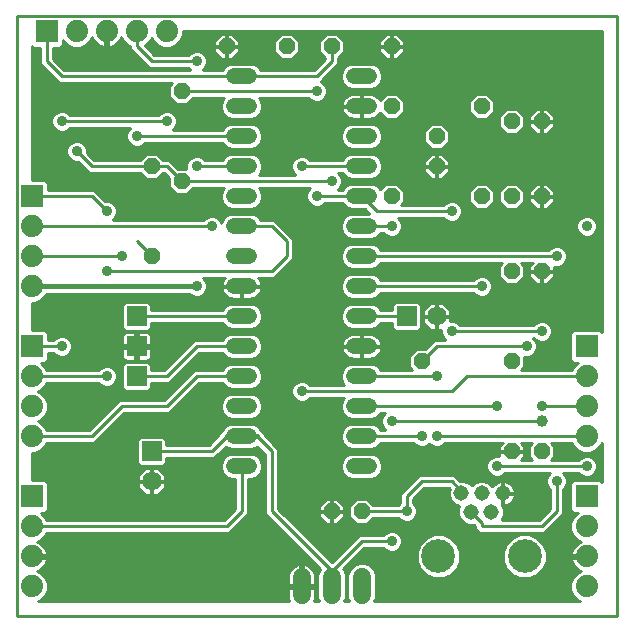
<source format=gbl>
G75*
G70*
%OFA0B0*%
%FSLAX24Y24*%
%IPPOS*%
%LPD*%
%AMOC8*
5,1,8,0,0,1.08239X$1,22.5*
%
%ADD10C,0.0100*%
%ADD11C,0.0520*%
%ADD12OC8,0.0520*%
%ADD13R,0.0650X0.0650*%
%ADD14R,0.0650X0.0650*%
%ADD15C,0.0650*%
%ADD16C,0.0600*%
%ADD17C,0.0515*%
%ADD18C,0.1122*%
%ADD19R,0.0740X0.0740*%
%ADD20C,0.0740*%
%ADD21C,0.0357*%
%ADD22C,0.0396*%
%ADD23C,0.0160*%
D10*
X000151Y000151D02*
X000151Y020151D01*
X020151Y020151D01*
X020151Y000151D01*
X000151Y000151D01*
X000855Y000651D02*
X000957Y000693D01*
X001109Y000845D01*
X001191Y001044D01*
X001191Y001259D01*
X001109Y001457D01*
X000957Y001609D01*
X000829Y001662D01*
X000851Y001669D01*
X000924Y001706D01*
X000990Y001755D01*
X001048Y001812D01*
X001096Y001879D01*
X001133Y001952D01*
X001158Y002029D01*
X001170Y002101D01*
X000701Y002101D01*
X000701Y002201D01*
X001170Y002201D01*
X001158Y002273D01*
X001133Y002351D01*
X001096Y002424D01*
X001048Y002490D01*
X000990Y002548D01*
X000924Y002596D01*
X000851Y002633D01*
X000829Y002640D01*
X000957Y002693D01*
X001109Y002845D01*
X001144Y002931D01*
X007060Y002931D01*
X007242Y002931D01*
X007742Y003431D01*
X007871Y003560D01*
X007871Y004721D01*
X007997Y004721D01*
X008155Y004787D01*
X008276Y004908D01*
X008341Y005066D01*
X008341Y005237D01*
X008276Y005395D01*
X008155Y005516D01*
X007997Y005581D01*
X007306Y005581D01*
X007148Y005516D01*
X007027Y005395D01*
X006961Y005237D01*
X006961Y005066D01*
X007027Y004908D01*
X007148Y004787D01*
X007306Y004721D01*
X007431Y004721D01*
X007431Y003742D01*
X007060Y003371D01*
X001144Y003371D01*
X001109Y003457D01*
X000957Y003609D01*
X000952Y003611D01*
X001092Y003611D01*
X001191Y003711D01*
X001191Y004592D01*
X001092Y004691D01*
X000651Y004691D01*
X000651Y005611D01*
X000759Y005611D01*
X000957Y005693D01*
X001109Y005845D01*
X001144Y005931D01*
X002560Y005931D01*
X002742Y005931D01*
X003742Y006931D01*
X005060Y006931D01*
X005242Y006931D01*
X006242Y007931D01*
X007017Y007931D01*
X007027Y007908D01*
X007148Y007787D01*
X007306Y007721D01*
X007997Y007721D01*
X008155Y007787D01*
X008276Y007908D01*
X008341Y008066D01*
X008341Y008237D01*
X008276Y008395D01*
X008155Y008516D01*
X007997Y008581D01*
X007306Y008581D01*
X007148Y008516D01*
X007027Y008395D01*
X007017Y008371D01*
X006060Y008371D01*
X005931Y008242D01*
X005060Y007371D01*
X003560Y007371D01*
X003431Y007242D01*
X002560Y006371D01*
X001144Y006371D01*
X001109Y006457D01*
X000957Y006609D01*
X000855Y006651D01*
X000957Y006693D01*
X001109Y006845D01*
X001191Y007044D01*
X001191Y007259D01*
X001109Y007457D01*
X000957Y007609D01*
X000855Y007651D01*
X000957Y007693D01*
X001109Y007845D01*
X001144Y007931D01*
X002878Y007931D01*
X002954Y007856D01*
X003082Y007803D01*
X003220Y007803D01*
X003349Y007856D01*
X003447Y007954D01*
X003500Y008082D01*
X003500Y008220D01*
X003447Y008349D01*
X003349Y008447D01*
X003220Y008500D01*
X003082Y008500D01*
X002954Y008447D01*
X002878Y008371D01*
X001144Y008371D01*
X001109Y008457D01*
X000957Y008609D01*
X000952Y008611D01*
X001092Y008611D01*
X001191Y008711D01*
X001191Y008931D01*
X001378Y008931D01*
X001454Y008856D01*
X001582Y008803D01*
X001720Y008803D01*
X001849Y008856D01*
X001947Y008954D01*
X002000Y009082D01*
X002000Y009220D01*
X001947Y009349D01*
X001849Y009447D01*
X001720Y009500D01*
X001582Y009500D01*
X001454Y009447D01*
X001378Y009371D01*
X001191Y009371D01*
X001191Y009592D01*
X001092Y009691D01*
X000651Y009691D01*
X000651Y010611D01*
X000759Y010611D01*
X000957Y010693D01*
X001109Y010845D01*
X001132Y010901D01*
X005908Y010901D01*
X005954Y010856D01*
X006082Y010803D01*
X006220Y010803D01*
X006349Y010856D01*
X006447Y010954D01*
X006500Y011082D01*
X006500Y011220D01*
X006447Y011349D01*
X006364Y011431D01*
X007091Y011431D01*
X007078Y011418D01*
X007041Y011366D01*
X007011Y011309D01*
X006991Y011247D01*
X006981Y011183D01*
X006981Y011181D01*
X007621Y011181D01*
X007621Y011121D01*
X007681Y011121D01*
X007681Y010741D01*
X007943Y010741D01*
X008007Y010751D01*
X008069Y010771D01*
X008126Y010801D01*
X008178Y010838D01*
X008224Y010884D01*
X008262Y010936D01*
X008291Y010994D01*
X008311Y011055D01*
X008321Y011119D01*
X008321Y011121D01*
X007681Y011121D01*
X007681Y011181D01*
X008321Y011181D01*
X008321Y011183D01*
X008311Y011247D01*
X008291Y011309D01*
X008262Y011366D01*
X008224Y011418D01*
X008211Y011431D01*
X008560Y011431D01*
X008742Y011431D01*
X009371Y012060D01*
X009371Y012242D01*
X009371Y012742D01*
X009242Y012871D01*
X008742Y013371D01*
X008560Y013371D01*
X008285Y013371D01*
X008276Y013395D01*
X008155Y013516D01*
X007997Y013581D01*
X007306Y013581D01*
X007148Y013516D01*
X007027Y013395D01*
X006977Y013275D01*
X006947Y013349D01*
X006849Y013447D01*
X006720Y013500D01*
X006582Y013500D01*
X006454Y013447D01*
X006378Y013371D01*
X003364Y013371D01*
X003447Y013454D01*
X003447Y013455D02*
X006473Y013455D01*
X006651Y013151D02*
X000651Y013151D01*
X000651Y012151D02*
X003651Y012151D01*
X003151Y011651D02*
X008651Y011651D01*
X009151Y012151D01*
X009151Y012651D01*
X008651Y013151D01*
X007651Y013151D01*
X007238Y013553D02*
X003488Y013553D01*
X003500Y013582D02*
X003500Y013720D01*
X003447Y013849D01*
X003349Y013947D01*
X003220Y014000D01*
X003114Y014000D01*
X002742Y014371D01*
X002560Y014371D01*
X001191Y014371D01*
X001191Y014592D01*
X001092Y014691D01*
X000651Y014691D01*
X000651Y019171D01*
X000711Y019111D01*
X000931Y019111D01*
X000931Y018560D01*
X001060Y018431D01*
X001560Y017931D01*
X001742Y017931D01*
X005323Y017931D01*
X005221Y017829D01*
X005221Y017473D01*
X005473Y017221D01*
X005829Y017221D01*
X006039Y017431D01*
X007063Y017431D01*
X007027Y017395D01*
X006961Y017237D01*
X006961Y017066D01*
X007027Y016908D01*
X007148Y016787D01*
X007306Y016721D01*
X007997Y016721D01*
X008155Y016787D01*
X008276Y016908D01*
X008341Y017066D01*
X008341Y017237D01*
X008276Y017395D01*
X008239Y017431D01*
X009878Y017431D01*
X009954Y017356D01*
X010082Y017303D01*
X010220Y017303D01*
X010349Y017356D01*
X010447Y017454D01*
X010500Y017582D01*
X010500Y017720D01*
X010447Y017849D01*
X010349Y017947D01*
X010284Y017973D01*
X010371Y018060D01*
X010871Y018560D01*
X010871Y018742D01*
X010871Y018763D01*
X011081Y018973D01*
X012250Y018973D01*
X012241Y018981D02*
X012481Y018741D01*
X012621Y018741D01*
X012621Y019121D01*
X012681Y019121D01*
X012681Y018741D01*
X012821Y018741D01*
X013061Y018981D01*
X013061Y019121D01*
X012681Y019121D01*
X012681Y019181D01*
X013061Y019181D01*
X013061Y019321D01*
X012821Y019561D01*
X012681Y019561D01*
X012681Y019181D01*
X012621Y019181D01*
X012621Y019121D01*
X012241Y019121D01*
X012241Y018981D01*
X012241Y019071D02*
X011081Y019071D01*
X011081Y018973D02*
X011081Y019329D01*
X010829Y019581D01*
X010473Y019581D01*
X010221Y019329D01*
X010221Y018973D01*
X010431Y018763D01*
X010431Y018742D01*
X010060Y018371D01*
X008285Y018371D01*
X008276Y018395D01*
X008155Y018516D01*
X007997Y018581D01*
X007306Y018581D01*
X007148Y018516D01*
X007027Y018395D01*
X007017Y018371D01*
X006364Y018371D01*
X006447Y018454D01*
X006500Y018582D01*
X006500Y018720D01*
X006447Y018849D01*
X006349Y018947D01*
X006220Y019000D01*
X006082Y019000D01*
X005954Y018947D01*
X005878Y018871D01*
X004742Y018871D01*
X004431Y019183D01*
X004457Y019193D01*
X004609Y019345D01*
X004651Y019447D01*
X004693Y019345D01*
X004845Y019193D01*
X005044Y019111D01*
X005259Y019111D01*
X005457Y019193D01*
X005609Y019345D01*
X005691Y019544D01*
X005691Y019651D01*
X019651Y019651D01*
X019651Y009631D01*
X019592Y009691D01*
X018711Y009691D01*
X018611Y009592D01*
X018611Y008711D01*
X018711Y008611D01*
X018851Y008611D01*
X018845Y008609D01*
X018693Y008457D01*
X018658Y008371D01*
X016979Y008371D01*
X017081Y008473D01*
X017081Y008803D01*
X017082Y008803D01*
X017220Y008803D01*
X017349Y008856D01*
X017447Y008954D01*
X017500Y009082D01*
X017500Y009220D01*
X017447Y009349D01*
X017364Y009431D01*
X017378Y009431D01*
X017454Y009356D01*
X017582Y009303D01*
X017720Y009303D01*
X017849Y009356D01*
X017947Y009454D01*
X018000Y009582D01*
X018000Y009720D01*
X017947Y009849D01*
X017849Y009947D01*
X017720Y010000D01*
X017582Y010000D01*
X017454Y009947D01*
X017378Y009871D01*
X014924Y009871D01*
X014849Y009947D01*
X014720Y010000D01*
X014601Y010000D01*
X014614Y010040D01*
X014626Y010114D01*
X014626Y010132D01*
X014170Y010132D01*
X014170Y009676D01*
X014189Y009676D01*
X014262Y009688D01*
X014303Y009701D01*
X014303Y009582D01*
X014356Y009454D01*
X014438Y009371D01*
X014060Y009371D01*
X013931Y009242D01*
X013770Y009081D01*
X013473Y009081D01*
X013221Y008829D01*
X013221Y008473D01*
X013323Y008371D01*
X012285Y008371D01*
X012276Y008395D01*
X012155Y008516D01*
X011997Y008581D01*
X011306Y008581D01*
X011148Y008516D01*
X011027Y008395D01*
X010961Y008237D01*
X010961Y008066D01*
X011027Y007908D01*
X011063Y007871D01*
X009924Y007871D01*
X009849Y007947D01*
X009720Y008000D01*
X009582Y008000D01*
X009454Y007947D01*
X009356Y007849D01*
X009303Y007720D01*
X009303Y007582D01*
X009356Y007454D01*
X009454Y007356D01*
X009582Y007303D01*
X009720Y007303D01*
X009849Y007356D01*
X009924Y007431D01*
X011063Y007431D01*
X011027Y007395D01*
X010961Y007237D01*
X010961Y007066D01*
X011027Y006908D01*
X011148Y006787D01*
X011306Y006721D01*
X011997Y006721D01*
X012155Y006787D01*
X012276Y006908D01*
X012285Y006931D01*
X012438Y006931D01*
X012356Y006849D01*
X012303Y006720D01*
X012303Y006582D01*
X012356Y006454D01*
X012438Y006371D01*
X012285Y006371D01*
X012276Y006395D01*
X012155Y006516D01*
X011997Y006581D01*
X011306Y006581D01*
X011148Y006516D01*
X011027Y006395D01*
X010961Y006237D01*
X010961Y006066D01*
X011027Y005908D01*
X011148Y005787D01*
X011306Y005721D01*
X011997Y005721D01*
X012155Y005787D01*
X012276Y005908D01*
X012285Y005931D01*
X013378Y005931D01*
X013454Y005856D01*
X013582Y005803D01*
X013720Y005803D01*
X013849Y005856D01*
X013901Y005908D01*
X013954Y005856D01*
X014082Y005803D01*
X014220Y005803D01*
X014349Y005856D01*
X014424Y005931D01*
X016351Y005931D01*
X016241Y005821D01*
X016241Y005681D01*
X016621Y005681D01*
X016621Y005621D01*
X016241Y005621D01*
X016241Y005491D01*
X016220Y005500D01*
X016082Y005500D01*
X015954Y005447D01*
X015856Y005349D01*
X015803Y005220D01*
X015803Y005082D01*
X015856Y004954D01*
X015954Y004856D01*
X016082Y004803D01*
X016220Y004803D01*
X016349Y004856D01*
X016424Y004931D01*
X017938Y004931D01*
X017856Y004849D01*
X017803Y004720D01*
X017803Y004582D01*
X017856Y004454D01*
X017931Y004378D01*
X017931Y003742D01*
X017560Y003371D01*
X016326Y003371D01*
X016344Y003389D01*
X016409Y003546D01*
X016409Y003716D01*
X016344Y003873D01*
X016322Y003894D01*
X016322Y004222D01*
X016380Y004222D01*
X016380Y003844D01*
X016383Y003844D01*
X016447Y003854D01*
X016508Y003874D01*
X016565Y003903D01*
X016617Y003940D01*
X016662Y003986D01*
X016700Y004038D01*
X016729Y004095D01*
X016749Y004156D01*
X016759Y004219D01*
X016759Y004222D01*
X016380Y004222D01*
X016380Y004280D01*
X016322Y004280D01*
X016322Y004659D01*
X016319Y004659D01*
X016256Y004649D01*
X016195Y004629D01*
X016138Y004600D01*
X016086Y004562D01*
X016040Y004517D01*
X016017Y004485D01*
X016014Y004493D01*
X015893Y004614D01*
X015736Y004679D01*
X015566Y004679D01*
X015409Y004614D01*
X015316Y004521D01*
X015223Y004614D01*
X015066Y004679D01*
X014935Y004679D01*
X014871Y004742D01*
X014742Y004871D01*
X013742Y004871D01*
X013560Y004871D01*
X013060Y004371D01*
X012931Y004242D01*
X012931Y003924D01*
X012878Y003871D01*
X012039Y003871D01*
X011829Y004081D01*
X011473Y004081D01*
X011221Y003829D01*
X011221Y003473D01*
X011473Y003221D01*
X011829Y003221D01*
X012039Y003431D01*
X012878Y003431D01*
X012954Y003356D01*
X013082Y003303D01*
X013220Y003303D01*
X013349Y003356D01*
X013447Y003454D01*
X013500Y003582D01*
X013500Y003720D01*
X013447Y003849D01*
X013371Y003924D01*
X013371Y004060D01*
X013742Y004431D01*
X014560Y004431D01*
X014583Y004408D01*
X014554Y004336D01*
X014554Y004166D01*
X014619Y004009D01*
X014739Y003889D01*
X014896Y003824D01*
X014908Y003824D01*
X014864Y003716D01*
X014864Y003546D01*
X014929Y003389D01*
X015049Y003269D01*
X015206Y003204D01*
X015376Y003204D01*
X015398Y003213D01*
X015431Y003180D01*
X015431Y003060D01*
X015560Y002931D01*
X017560Y002931D01*
X017742Y002931D01*
X018242Y003431D01*
X018371Y003560D01*
X018371Y004378D01*
X018447Y004454D01*
X018500Y004582D01*
X018500Y004720D01*
X018447Y004849D01*
X018364Y004931D01*
X018878Y004931D01*
X018954Y004856D01*
X019082Y004803D01*
X019220Y004803D01*
X019349Y004856D01*
X019447Y004954D01*
X019500Y005082D01*
X019500Y005220D01*
X019447Y005349D01*
X019349Y005447D01*
X019220Y005500D01*
X019082Y005500D01*
X018954Y005447D01*
X018878Y005371D01*
X017979Y005371D01*
X018081Y005473D01*
X018081Y005829D01*
X017979Y005931D01*
X018658Y005931D01*
X018693Y005845D01*
X018845Y005693D01*
X019044Y005611D01*
X019259Y005611D01*
X019457Y005693D01*
X019609Y005845D01*
X019651Y005947D01*
X019651Y004631D01*
X019592Y004691D01*
X018711Y004691D01*
X018611Y004592D01*
X018611Y003711D01*
X018711Y003611D01*
X018851Y003611D01*
X018845Y003609D01*
X018693Y003457D01*
X018611Y003259D01*
X018611Y003044D01*
X018693Y002845D01*
X018845Y002693D01*
X018974Y002640D01*
X018952Y002633D01*
X018879Y002596D01*
X018812Y002548D01*
X018755Y002490D01*
X018706Y002424D01*
X018669Y002351D01*
X018644Y002273D01*
X018633Y002201D01*
X019101Y002201D01*
X019101Y002101D01*
X018633Y002101D01*
X018644Y002029D01*
X018669Y001952D01*
X018706Y001879D01*
X018755Y001812D01*
X018812Y001755D01*
X018879Y001706D01*
X018952Y001669D01*
X018974Y001662D01*
X018845Y001609D01*
X018693Y001457D01*
X018611Y001259D01*
X018611Y001044D01*
X018693Y000845D01*
X018845Y000693D01*
X018947Y000651D01*
X012077Y000651D01*
X012121Y000758D01*
X012121Y001545D01*
X012050Y001717D01*
X011917Y001850D01*
X011745Y001921D01*
X011558Y001921D01*
X011385Y001850D01*
X011253Y001717D01*
X011181Y001545D01*
X011181Y000758D01*
X011225Y000651D01*
X011077Y000651D01*
X011121Y000758D01*
X011121Y001545D01*
X011050Y001717D01*
X011039Y001728D01*
X011742Y002431D01*
X012378Y002431D01*
X012454Y002356D01*
X012582Y002303D01*
X012720Y002303D01*
X012849Y002356D01*
X012947Y002454D01*
X013000Y002582D01*
X013000Y002720D01*
X012947Y002849D01*
X012849Y002947D01*
X012720Y003000D01*
X012582Y003000D01*
X012454Y002947D01*
X012378Y002871D01*
X011560Y002871D01*
X011431Y002742D01*
X010651Y001962D01*
X008871Y003742D01*
X008871Y005742D01*
X008742Y005871D01*
X008393Y006220D01*
X008363Y006293D01*
X008293Y006363D01*
X008288Y006365D01*
X008276Y006395D01*
X008155Y006516D01*
X007997Y006581D01*
X007306Y006581D01*
X007148Y006516D01*
X007027Y006395D01*
X007014Y006365D01*
X007010Y006363D01*
X006939Y006293D01*
X006909Y006220D01*
X006560Y005871D01*
X005146Y005871D01*
X005146Y006047D01*
X005047Y006146D01*
X004256Y006146D01*
X004156Y006047D01*
X004156Y005256D01*
X004256Y005156D01*
X005047Y005156D01*
X005146Y005256D01*
X005146Y005431D01*
X006742Y005431D01*
X006871Y005560D01*
X007123Y005812D01*
X007148Y005787D01*
X007306Y005721D01*
X007997Y005721D01*
X008155Y005787D01*
X008180Y005812D01*
X008431Y005560D01*
X008431Y003742D01*
X008431Y003560D01*
X010263Y001728D01*
X010006Y001728D01*
X009994Y001744D02*
X009944Y001794D01*
X009887Y001836D01*
X009824Y001868D01*
X009757Y001890D01*
X009701Y001899D01*
X009701Y001201D01*
X009601Y001201D01*
X009601Y001101D01*
X009201Y001101D01*
X009201Y000816D01*
X009212Y000746D01*
X009234Y000678D01*
X009248Y000651D01*
X000855Y000651D01*
X001006Y000742D02*
X009213Y000742D01*
X009201Y000841D02*
X001105Y000841D01*
X001148Y000940D02*
X009201Y000940D01*
X009201Y001038D02*
X001189Y001038D01*
X001191Y001137D02*
X009601Y001137D01*
X009601Y001201D02*
X009201Y001201D01*
X009201Y001487D01*
X009212Y001557D01*
X009234Y001624D01*
X009266Y001687D01*
X009308Y001744D01*
X009358Y001794D01*
X009415Y001836D01*
X009478Y001868D01*
X009546Y001890D01*
X009601Y001899D01*
X009601Y001201D01*
X009601Y001235D02*
X009701Y001235D01*
X009701Y001201D02*
X010101Y001201D01*
X010101Y001487D01*
X010090Y001557D01*
X010068Y001624D01*
X010036Y001687D01*
X009994Y001744D01*
X009900Y001826D02*
X010165Y001826D01*
X010263Y001728D02*
X010253Y001717D01*
X010181Y001545D01*
X010181Y000758D01*
X010225Y000651D01*
X010054Y000651D01*
X010068Y000678D01*
X010090Y000746D01*
X010101Y000816D01*
X010101Y001101D01*
X009701Y001101D01*
X009701Y001201D01*
X009701Y001137D02*
X010181Y001137D01*
X010181Y001235D02*
X010101Y001235D01*
X010101Y001334D02*
X010181Y001334D01*
X010181Y001432D02*
X010101Y001432D01*
X010094Y001531D02*
X010181Y001531D01*
X010216Y001629D02*
X010065Y001629D01*
X010066Y001925D02*
X001119Y001925D01*
X001156Y002024D02*
X009968Y002024D01*
X009869Y002122D02*
X000701Y002122D01*
X001058Y001826D02*
X009402Y001826D01*
X009296Y001728D02*
X000953Y001728D01*
X000908Y001629D02*
X009237Y001629D01*
X009208Y001531D02*
X001035Y001531D01*
X001119Y001432D02*
X009201Y001432D01*
X009201Y001334D02*
X001160Y001334D01*
X001191Y001235D02*
X009201Y001235D01*
X009601Y001334D02*
X009701Y001334D01*
X009701Y001432D02*
X009601Y001432D01*
X009601Y001531D02*
X009701Y001531D01*
X009701Y001629D02*
X009601Y001629D01*
X009601Y001728D02*
X009701Y001728D01*
X009701Y001826D02*
X009601Y001826D01*
X009771Y002221D02*
X001167Y002221D01*
X001143Y002319D02*
X009672Y002319D01*
X009574Y002418D02*
X001099Y002418D01*
X001021Y002516D02*
X009475Y002516D01*
X009376Y002615D02*
X000887Y002615D01*
X000977Y002713D02*
X009278Y002713D01*
X009179Y002812D02*
X001076Y002812D01*
X001136Y002910D02*
X009081Y002910D01*
X008982Y003009D02*
X007320Y003009D01*
X007419Y003107D02*
X008884Y003107D01*
X008785Y003206D02*
X007517Y003206D01*
X007616Y003305D02*
X008687Y003305D01*
X008588Y003403D02*
X007714Y003403D01*
X007813Y003502D02*
X008490Y003502D01*
X008431Y003600D02*
X007871Y003600D01*
X007871Y003699D02*
X008431Y003699D01*
X008431Y003797D02*
X007871Y003797D01*
X007871Y003896D02*
X008431Y003896D01*
X008431Y003994D02*
X007871Y003994D01*
X007871Y004093D02*
X008431Y004093D01*
X008431Y004191D02*
X007871Y004191D01*
X007871Y004290D02*
X008431Y004290D01*
X008431Y004389D02*
X007871Y004389D01*
X007871Y004487D02*
X008431Y004487D01*
X008431Y004586D02*
X007871Y004586D01*
X007871Y004684D02*
X008431Y004684D01*
X008431Y004783D02*
X008145Y004783D01*
X008249Y004881D02*
X008431Y004881D01*
X008431Y004980D02*
X008306Y004980D01*
X008341Y005078D02*
X008431Y005078D01*
X008431Y005177D02*
X008341Y005177D01*
X008325Y005275D02*
X008431Y005275D01*
X008431Y005374D02*
X008284Y005374D01*
X008198Y005473D02*
X008431Y005473D01*
X008420Y005571D02*
X008021Y005571D01*
X008110Y005768D02*
X008223Y005768D01*
X008322Y005670D02*
X006981Y005670D01*
X007079Y005768D02*
X007192Y005768D01*
X007281Y005571D02*
X006882Y005571D01*
X006784Y005473D02*
X007104Y005473D01*
X007018Y005374D02*
X005146Y005374D01*
X005146Y005275D02*
X006977Y005275D01*
X006961Y005177D02*
X005067Y005177D01*
X004961Y005013D02*
X004900Y005057D01*
X004834Y005091D01*
X004762Y005114D01*
X004689Y005126D01*
X004670Y005126D01*
X004670Y004670D01*
X004632Y004670D01*
X004632Y004632D01*
X004176Y004632D01*
X004176Y004614D01*
X004188Y004540D01*
X004211Y004469D01*
X004245Y004402D01*
X004289Y004342D01*
X004342Y004289D01*
X004402Y004245D01*
X004469Y004211D01*
X004540Y004188D01*
X004614Y004176D01*
X004632Y004176D01*
X004632Y004632D01*
X004670Y004632D01*
X004670Y004176D01*
X004689Y004176D01*
X004762Y004188D01*
X004834Y004211D01*
X004900Y004245D01*
X004961Y004289D01*
X005013Y004342D01*
X005057Y004402D01*
X005091Y004469D01*
X005114Y004540D01*
X005126Y004614D01*
X005126Y004632D01*
X004670Y004632D01*
X004670Y004670D01*
X005126Y004670D01*
X005126Y004689D01*
X005114Y004762D01*
X005091Y004834D01*
X005057Y004900D01*
X005013Y004961D01*
X004961Y005013D01*
X004994Y004980D02*
X006997Y004980D01*
X006961Y005078D02*
X004859Y005078D01*
X004670Y005078D02*
X004632Y005078D01*
X004632Y005126D02*
X004614Y005126D01*
X004540Y005114D01*
X004469Y005091D01*
X004402Y005057D01*
X004342Y005013D01*
X004289Y004961D01*
X004245Y004900D01*
X004211Y004834D01*
X004188Y004762D01*
X004176Y004689D01*
X004176Y004670D01*
X004632Y004670D01*
X004632Y005126D01*
X004632Y004980D02*
X004670Y004980D01*
X004670Y004881D02*
X004632Y004881D01*
X004632Y004783D02*
X004670Y004783D01*
X004670Y004684D02*
X004632Y004684D01*
X004632Y004586D02*
X004670Y004586D01*
X004670Y004487D02*
X004632Y004487D01*
X004632Y004389D02*
X004670Y004389D01*
X004670Y004290D02*
X004632Y004290D01*
X004632Y004191D02*
X004670Y004191D01*
X004773Y004191D02*
X007431Y004191D01*
X007431Y004093D02*
X001191Y004093D01*
X001191Y004191D02*
X004529Y004191D01*
X004341Y004290D02*
X001191Y004290D01*
X001191Y004389D02*
X004255Y004389D01*
X004205Y004487D02*
X001191Y004487D01*
X001191Y004586D02*
X004181Y004586D01*
X004176Y004684D02*
X001099Y004684D01*
X000651Y004783D02*
X004194Y004783D01*
X004235Y004881D02*
X000651Y004881D01*
X000651Y004980D02*
X004308Y004980D01*
X004443Y005078D02*
X000651Y005078D01*
X000651Y005177D02*
X004235Y005177D01*
X004156Y005275D02*
X000651Y005275D01*
X000651Y005374D02*
X004156Y005374D01*
X004156Y005473D02*
X000651Y005473D01*
X000651Y005571D02*
X004156Y005571D01*
X004156Y005670D02*
X000900Y005670D01*
X001032Y005768D02*
X004156Y005768D01*
X004156Y005867D02*
X001118Y005867D01*
X000651Y006151D02*
X002651Y006151D01*
X003651Y007151D01*
X005151Y007151D01*
X006151Y008151D01*
X007651Y008151D01*
X007263Y007739D02*
X006050Y007739D01*
X005952Y007640D02*
X009303Y007640D01*
X009310Y007739D02*
X008040Y007739D01*
X007997Y007581D02*
X008155Y007516D01*
X008276Y007395D01*
X008341Y007237D01*
X008341Y007066D01*
X008276Y006908D01*
X008155Y006787D01*
X007997Y006721D01*
X007306Y006721D01*
X007148Y006787D01*
X007027Y006908D01*
X006961Y007066D01*
X006961Y007237D01*
X007027Y007395D01*
X007148Y007516D01*
X007306Y007581D01*
X007997Y007581D01*
X008091Y007542D02*
X009319Y007542D01*
X009366Y007443D02*
X008227Y007443D01*
X008296Y007345D02*
X009480Y007345D01*
X009822Y007345D02*
X011006Y007345D01*
X010965Y007246D02*
X008337Y007246D01*
X008341Y007148D02*
X010961Y007148D01*
X010968Y007049D02*
X008334Y007049D01*
X008294Y006951D02*
X011009Y006951D01*
X011082Y006852D02*
X008220Y006852D01*
X008075Y006754D02*
X011227Y006754D01*
X011246Y006556D02*
X008056Y006556D01*
X008212Y006458D02*
X011090Y006458D01*
X011012Y006359D02*
X008296Y006359D01*
X008376Y006261D02*
X010971Y006261D01*
X010961Y006162D02*
X008451Y006162D01*
X008550Y006064D02*
X010962Y006064D01*
X011003Y005965D02*
X008648Y005965D01*
X008747Y005867D02*
X011068Y005867D01*
X011192Y005768D02*
X008845Y005768D01*
X008871Y005670D02*
X016621Y005670D01*
X016681Y005670D02*
X017221Y005670D01*
X017221Y005768D02*
X017061Y005768D01*
X017061Y005821D02*
X016951Y005931D01*
X017323Y005931D01*
X017221Y005829D01*
X017221Y005473D01*
X017323Y005371D01*
X016951Y005371D01*
X017061Y005481D01*
X017061Y005621D01*
X016681Y005621D01*
X016681Y005681D01*
X017061Y005681D01*
X017061Y005821D01*
X017015Y005867D02*
X017259Y005867D01*
X017221Y005571D02*
X017061Y005571D01*
X017052Y005473D02*
X017222Y005473D01*
X017320Y005374D02*
X016954Y005374D01*
X016374Y004881D02*
X017889Y004881D01*
X017829Y004783D02*
X014831Y004783D01*
X014929Y004684D02*
X017803Y004684D01*
X017803Y004586D02*
X016584Y004586D01*
X016565Y004600D02*
X016508Y004629D01*
X016447Y004649D01*
X016383Y004659D01*
X016380Y004659D01*
X016380Y004280D01*
X016759Y004280D01*
X016759Y004283D01*
X016749Y004347D01*
X016729Y004408D01*
X016700Y004465D01*
X016662Y004517D01*
X016617Y004562D01*
X016565Y004600D01*
X016683Y004487D02*
X017842Y004487D01*
X017921Y004389D02*
X016735Y004389D01*
X016758Y004290D02*
X017931Y004290D01*
X017931Y004191D02*
X016754Y004191D01*
X016728Y004093D02*
X017931Y004093D01*
X017931Y003994D02*
X016668Y003994D01*
X016551Y003896D02*
X017931Y003896D01*
X017931Y003797D02*
X016375Y003797D01*
X016380Y003896D02*
X016322Y003896D01*
X016322Y003994D02*
X016380Y003994D01*
X016380Y004093D02*
X016322Y004093D01*
X016322Y004191D02*
X016380Y004191D01*
X016380Y004290D02*
X016322Y004290D01*
X016322Y004389D02*
X016380Y004389D01*
X016380Y004487D02*
X016322Y004487D01*
X016322Y004586D02*
X016380Y004586D01*
X016118Y004586D02*
X015921Y004586D01*
X016016Y004487D02*
X016019Y004487D01*
X015928Y004881D02*
X012249Y004881D01*
X012276Y004908D02*
X012341Y005066D01*
X012341Y005237D01*
X012276Y005395D01*
X012155Y005516D01*
X011997Y005581D01*
X011306Y005581D01*
X011148Y005516D01*
X011027Y005395D01*
X010961Y005237D01*
X010961Y005066D01*
X011027Y004908D01*
X011148Y004787D01*
X011306Y004721D01*
X011997Y004721D01*
X012155Y004787D01*
X012276Y004908D01*
X012306Y004980D02*
X015845Y004980D01*
X015804Y005078D02*
X012341Y005078D01*
X012341Y005177D02*
X015803Y005177D01*
X015826Y005275D02*
X012325Y005275D01*
X012284Y005374D02*
X015881Y005374D01*
X016017Y005473D02*
X012198Y005473D01*
X012021Y005571D02*
X016241Y005571D01*
X016241Y005768D02*
X012110Y005768D01*
X012235Y005867D02*
X013443Y005867D01*
X013651Y006151D02*
X011651Y006151D01*
X012056Y006556D02*
X012313Y006556D01*
X012303Y006655D02*
X003466Y006655D01*
X003368Y006556D02*
X007246Y006556D01*
X007090Y006458D02*
X003269Y006458D01*
X003171Y006359D02*
X007006Y006359D01*
X006926Y006261D02*
X003072Y006261D01*
X002973Y006162D02*
X006851Y006162D01*
X006753Y006064D02*
X005129Y006064D01*
X005146Y005965D02*
X006654Y005965D01*
X006651Y005651D02*
X004651Y005651D01*
X004156Y005965D02*
X002776Y005965D01*
X002875Y006064D02*
X004173Y006064D01*
X003565Y006754D02*
X007227Y006754D01*
X007082Y006852D02*
X003663Y006852D01*
X003337Y007148D02*
X001191Y007148D01*
X001191Y007246D02*
X003435Y007246D01*
X003534Y007345D02*
X001155Y007345D01*
X001115Y007443D02*
X005132Y007443D01*
X005231Y007542D02*
X001024Y007542D01*
X000881Y007640D02*
X005329Y007640D01*
X005428Y007739D02*
X004629Y007739D01*
X004646Y007756D02*
X004646Y007931D01*
X005060Y007931D01*
X005242Y007931D01*
X006242Y008931D01*
X007017Y008931D01*
X007027Y008908D01*
X007148Y008787D01*
X007306Y008721D01*
X007997Y008721D01*
X008155Y008787D01*
X008276Y008908D01*
X008341Y009066D01*
X008341Y009237D01*
X008276Y009395D01*
X008155Y009516D01*
X007997Y009581D01*
X007306Y009581D01*
X007148Y009516D01*
X007027Y009395D01*
X007017Y009371D01*
X006060Y009371D01*
X005931Y009242D01*
X005060Y008371D01*
X004646Y008371D01*
X004646Y008546D01*
X004546Y008646D01*
X003756Y008646D01*
X003656Y008546D01*
X003656Y007756D01*
X003756Y007656D01*
X004546Y007656D01*
X004646Y007756D01*
X004646Y007838D02*
X005526Y007838D01*
X005625Y007936D02*
X005247Y007936D01*
X005346Y008035D02*
X005724Y008035D01*
X005822Y008133D02*
X005444Y008133D01*
X005543Y008232D02*
X005921Y008232D01*
X006019Y008330D02*
X005641Y008330D01*
X005740Y008429D02*
X007061Y008429D01*
X007176Y008527D02*
X005838Y008527D01*
X005937Y008626D02*
X013221Y008626D01*
X013221Y008724D02*
X008005Y008724D01*
X008191Y008823D02*
X011145Y008823D01*
X011124Y008838D02*
X011176Y008801D01*
X011234Y008771D01*
X011295Y008751D01*
X011359Y008741D01*
X011621Y008741D01*
X011621Y009121D01*
X011681Y009121D01*
X011681Y008741D01*
X011943Y008741D01*
X012007Y008751D01*
X012069Y008771D01*
X012126Y008801D01*
X012178Y008838D01*
X012224Y008884D01*
X012262Y008936D01*
X012291Y008994D01*
X012311Y009055D01*
X012321Y009119D01*
X012321Y009121D01*
X011681Y009121D01*
X011681Y009181D01*
X011621Y009181D01*
X011621Y009121D01*
X010981Y009121D01*
X010981Y009119D01*
X010991Y009055D01*
X011011Y008994D01*
X011041Y008936D01*
X011078Y008884D01*
X011124Y008838D01*
X011051Y008922D02*
X008281Y008922D01*
X008322Y009020D02*
X011003Y009020D01*
X010981Y009119D02*
X008341Y009119D01*
X008341Y009217D02*
X010987Y009217D01*
X010991Y009247D02*
X010981Y009183D01*
X010981Y009181D01*
X011621Y009181D01*
X011621Y009561D01*
X011359Y009561D01*
X011295Y009551D01*
X011234Y009531D01*
X011176Y009502D01*
X011124Y009464D01*
X011078Y009418D01*
X011041Y009366D01*
X011011Y009309D01*
X010991Y009247D01*
X011015Y009316D02*
X008308Y009316D01*
X008256Y009414D02*
X011076Y009414D01*
X011198Y009513D02*
X008158Y009513D01*
X007997Y009721D02*
X008155Y009787D01*
X008276Y009908D01*
X008341Y010066D01*
X008341Y010237D01*
X008276Y010395D01*
X008155Y010516D01*
X007997Y010581D01*
X007306Y010581D01*
X007148Y010516D01*
X007027Y010395D01*
X007017Y010371D01*
X004646Y010371D01*
X004646Y010546D01*
X004546Y010646D01*
X003756Y010646D01*
X003656Y010546D01*
X003656Y009756D01*
X003756Y009656D01*
X004546Y009656D01*
X004646Y009756D01*
X004646Y009931D01*
X007017Y009931D01*
X007027Y009908D01*
X007148Y009787D01*
X007306Y009721D01*
X007997Y009721D01*
X008176Y009808D02*
X011126Y009808D01*
X011148Y009787D02*
X011306Y009721D01*
X011997Y009721D01*
X012155Y009787D01*
X012276Y009908D01*
X012285Y009931D01*
X012656Y009931D01*
X012656Y009756D01*
X012756Y009656D01*
X013547Y009656D01*
X013646Y009756D01*
X013646Y010547D01*
X013547Y010646D01*
X012756Y010646D01*
X012656Y010547D01*
X012656Y010371D01*
X012285Y010371D01*
X012276Y010395D01*
X012155Y010516D01*
X011997Y010581D01*
X011306Y010581D01*
X011148Y010516D01*
X011027Y010395D01*
X010961Y010237D01*
X010961Y010066D01*
X011027Y009908D01*
X011148Y009787D01*
X011027Y009907D02*
X008275Y009907D01*
X008316Y010006D02*
X010986Y010006D01*
X010961Y010104D02*
X008341Y010104D01*
X008341Y010203D02*
X010961Y010203D01*
X010988Y010301D02*
X008314Y010301D01*
X008271Y010400D02*
X011032Y010400D01*
X011130Y010498D02*
X008172Y010498D01*
X008113Y010794D02*
X011140Y010794D01*
X011148Y010787D02*
X011306Y010721D01*
X011997Y010721D01*
X012155Y010787D01*
X012276Y010908D01*
X012285Y010931D01*
X015378Y010931D01*
X015454Y010856D01*
X015582Y010803D01*
X015720Y010803D01*
X015849Y010856D01*
X015947Y010954D01*
X016000Y011082D01*
X016000Y011220D01*
X015947Y011349D01*
X015849Y011447D01*
X015720Y011500D01*
X015582Y011500D01*
X015454Y011447D01*
X015378Y011371D01*
X012285Y011371D01*
X012276Y011395D01*
X012155Y011516D01*
X011997Y011581D01*
X011306Y011581D01*
X011148Y011516D01*
X011027Y011395D01*
X010961Y011237D01*
X010961Y011066D01*
X011027Y010908D01*
X011148Y010787D01*
X011042Y010892D02*
X008230Y010892D01*
X008290Y010991D02*
X010992Y010991D01*
X010961Y011089D02*
X008316Y011089D01*
X008320Y011188D02*
X010961Y011188D01*
X010982Y011287D02*
X008298Y011287D01*
X008248Y011385D02*
X011023Y011385D01*
X011116Y011484D02*
X008795Y011484D01*
X008893Y011582D02*
X016221Y011582D01*
X016221Y011484D02*
X015759Y011484D01*
X015910Y011385D02*
X016309Y011385D01*
X016221Y011473D02*
X016473Y011221D01*
X016829Y011221D01*
X017081Y011473D01*
X017081Y011829D01*
X016979Y011931D01*
X017351Y011931D01*
X017241Y011821D01*
X017241Y011681D01*
X017621Y011681D01*
X017621Y011621D01*
X017681Y011621D01*
X017681Y011241D01*
X017821Y011241D01*
X018061Y011481D01*
X018061Y011621D01*
X017681Y011621D01*
X017681Y011681D01*
X019651Y011681D01*
X019651Y011779D02*
X018061Y011779D01*
X018082Y011803D02*
X018061Y011811D01*
X018061Y011681D01*
X017681Y011681D01*
X017621Y011681D02*
X017081Y011681D01*
X017081Y011779D02*
X017241Y011779D01*
X017298Y011878D02*
X017033Y011878D01*
X017081Y011582D02*
X017241Y011582D01*
X017241Y011621D02*
X017241Y011481D01*
X017481Y011241D01*
X017621Y011241D01*
X017621Y011621D01*
X017241Y011621D01*
X017241Y011484D02*
X017081Y011484D01*
X016993Y011385D02*
X017337Y011385D01*
X017436Y011287D02*
X016895Y011287D01*
X016408Y011287D02*
X015972Y011287D01*
X016000Y011188D02*
X019651Y011188D01*
X019651Y011089D02*
X016000Y011089D01*
X015962Y010991D02*
X019651Y010991D01*
X019651Y010892D02*
X015885Y010892D01*
X015651Y011151D02*
X011651Y011151D01*
X012162Y010794D02*
X019651Y010794D01*
X019651Y010695D02*
X000959Y010695D01*
X001058Y010794D02*
X007189Y010794D01*
X007176Y010801D02*
X007234Y010771D01*
X007295Y010751D01*
X007359Y010741D01*
X007621Y010741D01*
X007621Y011121D01*
X006981Y011121D01*
X006981Y011119D01*
X006991Y011055D01*
X007011Y010994D01*
X007041Y010936D01*
X007078Y010884D01*
X007124Y010838D01*
X007176Y010801D01*
X007072Y010892D02*
X006385Y010892D01*
X006462Y010991D02*
X007013Y010991D01*
X006986Y011089D02*
X006500Y011089D01*
X006500Y011188D02*
X006982Y011188D01*
X007004Y011287D02*
X006472Y011287D01*
X006410Y011385D02*
X007054Y011385D01*
X007621Y011089D02*
X007681Y011089D01*
X007681Y010991D02*
X007621Y010991D01*
X007621Y010892D02*
X007681Y010892D01*
X007681Y010794D02*
X007621Y010794D01*
X007130Y010498D02*
X004646Y010498D01*
X004646Y010400D02*
X007032Y010400D01*
X007027Y009907D02*
X004646Y009907D01*
X004646Y009808D02*
X007126Y009808D01*
X007145Y009513D02*
X004621Y009513D01*
X004626Y009496D02*
X004616Y009534D01*
X004596Y009568D01*
X004568Y009596D01*
X004534Y009616D01*
X004496Y009626D01*
X004201Y009626D01*
X004201Y009201D01*
X004101Y009201D01*
X004101Y009101D01*
X004201Y009101D01*
X004201Y008676D01*
X004496Y008676D01*
X004534Y008687D01*
X004568Y008706D01*
X004596Y008734D01*
X004616Y008768D01*
X004626Y008807D01*
X004626Y009101D01*
X004201Y009101D01*
X004201Y009201D01*
X004626Y009201D01*
X004626Y009496D01*
X004626Y009414D02*
X007046Y009414D01*
X007021Y008922D02*
X006233Y008922D01*
X006134Y008823D02*
X007111Y008823D01*
X007298Y008724D02*
X006036Y008724D01*
X005709Y009020D02*
X004626Y009020D01*
X004626Y008922D02*
X005610Y008922D01*
X005512Y008823D02*
X004626Y008823D01*
X004586Y008724D02*
X005413Y008724D01*
X005315Y008626D02*
X004566Y008626D01*
X004646Y008527D02*
X005216Y008527D01*
X005118Y008429D02*
X004646Y008429D01*
X004201Y008724D02*
X004101Y008724D01*
X004101Y008676D02*
X004101Y009101D01*
X003676Y009101D01*
X003676Y008807D01*
X003687Y008768D01*
X003706Y008734D01*
X003734Y008706D01*
X003768Y008687D01*
X003807Y008676D01*
X004101Y008676D01*
X004101Y008823D02*
X004201Y008823D01*
X004201Y008922D02*
X004101Y008922D01*
X004101Y009020D02*
X004201Y009020D01*
X004201Y009119D02*
X005808Y009119D01*
X005906Y009217D02*
X004626Y009217D01*
X004626Y009316D02*
X006005Y009316D01*
X006151Y009151D02*
X007651Y009151D01*
X008127Y008527D02*
X011176Y008527D01*
X011061Y008429D02*
X008242Y008429D01*
X008302Y008330D02*
X011000Y008330D01*
X010961Y008232D02*
X008341Y008232D01*
X008341Y008133D02*
X010961Y008133D01*
X010974Y008035D02*
X008328Y008035D01*
X008287Y007936D02*
X009443Y007936D01*
X009351Y007838D02*
X008206Y007838D01*
X007211Y007542D02*
X005853Y007542D01*
X005754Y007443D02*
X007075Y007443D01*
X007006Y007345D02*
X005656Y007345D01*
X005557Y007246D02*
X006965Y007246D01*
X006961Y007148D02*
X005459Y007148D01*
X005360Y007049D02*
X006968Y007049D01*
X007009Y006951D02*
X005262Y006951D01*
X006149Y007838D02*
X007097Y007838D01*
X006151Y009151D02*
X005151Y008151D01*
X004151Y008151D01*
X003656Y008133D02*
X003500Y008133D01*
X003495Y008232D02*
X003656Y008232D01*
X003656Y008330D02*
X003454Y008330D01*
X003366Y008429D02*
X003656Y008429D01*
X003656Y008527D02*
X001039Y008527D01*
X001106Y008626D02*
X003736Y008626D01*
X003716Y008724D02*
X001191Y008724D01*
X001191Y008823D02*
X001533Y008823D01*
X001388Y008922D02*
X001191Y008922D01*
X001191Y009414D02*
X001421Y009414D01*
X001191Y009513D02*
X003681Y009513D01*
X003676Y009496D02*
X003676Y009201D01*
X004101Y009201D01*
X004101Y009626D01*
X003807Y009626D01*
X003768Y009616D01*
X003734Y009596D01*
X003706Y009568D01*
X003687Y009534D01*
X003676Y009496D01*
X003676Y009414D02*
X001881Y009414D01*
X001960Y009316D02*
X003676Y009316D01*
X003676Y009217D02*
X002000Y009217D01*
X002000Y009119D02*
X004101Y009119D01*
X004101Y009217D02*
X004201Y009217D01*
X004201Y009316D02*
X004101Y009316D01*
X004101Y009414D02*
X004201Y009414D01*
X004201Y009513D02*
X004101Y009513D01*
X004101Y009611D02*
X004201Y009611D01*
X004541Y009611D02*
X014303Y009611D01*
X014331Y009513D02*
X012105Y009513D01*
X012126Y009502D02*
X012069Y009531D01*
X012007Y009551D01*
X011943Y009561D01*
X011681Y009561D01*
X011681Y009181D01*
X012321Y009181D01*
X012321Y009183D01*
X012311Y009247D01*
X012291Y009309D01*
X012262Y009366D01*
X012224Y009418D01*
X012178Y009464D01*
X012126Y009502D01*
X012227Y009414D02*
X014395Y009414D01*
X014151Y009151D02*
X017151Y009151D01*
X017269Y008823D02*
X018611Y008823D01*
X018611Y008922D02*
X017414Y008922D01*
X017474Y009020D02*
X018611Y009020D01*
X018611Y009119D02*
X017500Y009119D01*
X017500Y009217D02*
X018611Y009217D01*
X018611Y009316D02*
X017752Y009316D01*
X017907Y009414D02*
X018611Y009414D01*
X018611Y009513D02*
X017971Y009513D01*
X018000Y009611D02*
X018631Y009611D01*
X018000Y009710D02*
X019651Y009710D01*
X019651Y009808D02*
X017963Y009808D01*
X017888Y009907D02*
X019651Y009907D01*
X019651Y010006D02*
X014603Y010006D01*
X014625Y010104D02*
X019651Y010104D01*
X019651Y010203D02*
X014624Y010203D01*
X014626Y010189D02*
X014614Y010262D01*
X014591Y010334D01*
X014557Y010400D01*
X014513Y010461D01*
X014461Y010513D01*
X014400Y010557D01*
X014334Y010591D01*
X014262Y010614D01*
X014189Y010626D01*
X014170Y010626D01*
X014170Y010170D01*
X014132Y010170D01*
X014132Y010132D01*
X014170Y010132D01*
X014170Y010170D01*
X014626Y010170D01*
X014626Y010189D01*
X014602Y010301D02*
X019651Y010301D01*
X019651Y010400D02*
X014558Y010400D01*
X014476Y010498D02*
X019651Y010498D01*
X019651Y010597D02*
X014317Y010597D01*
X014170Y010597D02*
X014132Y010597D01*
X014132Y010626D02*
X014114Y010626D01*
X014040Y010614D01*
X013969Y010591D01*
X013902Y010557D01*
X013842Y010513D01*
X013789Y010461D01*
X013745Y010400D01*
X013711Y010334D01*
X013688Y010262D01*
X013676Y010189D01*
X013676Y010170D01*
X014132Y010170D01*
X014132Y010626D01*
X014132Y010498D02*
X014170Y010498D01*
X014170Y010400D02*
X014132Y010400D01*
X014132Y010301D02*
X014170Y010301D01*
X014170Y010203D02*
X014132Y010203D01*
X014132Y010132D02*
X013676Y010132D01*
X013676Y010114D01*
X013688Y010040D01*
X013711Y009969D01*
X013745Y009902D01*
X013789Y009842D01*
X013842Y009789D01*
X013902Y009745D01*
X013969Y009711D01*
X014040Y009688D01*
X014114Y009676D01*
X014132Y009676D01*
X014132Y010132D01*
X014132Y010104D02*
X014170Y010104D01*
X014170Y010006D02*
X014132Y010006D01*
X014132Y009907D02*
X014170Y009907D01*
X014170Y009808D02*
X014132Y009808D01*
X014132Y009710D02*
X014170Y009710D01*
X013972Y009710D02*
X013600Y009710D01*
X013646Y009808D02*
X013822Y009808D01*
X013742Y009907D02*
X013646Y009907D01*
X013646Y010006D02*
X013699Y010006D01*
X013678Y010104D02*
X013646Y010104D01*
X013646Y010203D02*
X013678Y010203D01*
X013700Y010301D02*
X013646Y010301D01*
X013646Y010400D02*
X013745Y010400D01*
X013826Y010498D02*
X013646Y010498D01*
X013596Y010597D02*
X013986Y010597D01*
X013151Y010151D02*
X011651Y010151D01*
X012172Y010498D02*
X012656Y010498D01*
X012656Y010400D02*
X012271Y010400D01*
X012706Y010597D02*
X004596Y010597D01*
X004151Y010151D02*
X007651Y010151D01*
X008992Y011681D02*
X016221Y011681D01*
X016221Y011779D02*
X012137Y011779D01*
X012155Y011787D02*
X012276Y011908D01*
X012285Y011931D01*
X016323Y011931D01*
X016221Y011829D01*
X016221Y011473D01*
X016270Y011878D02*
X012246Y011878D01*
X012155Y011787D02*
X011997Y011721D01*
X011306Y011721D01*
X011148Y011787D01*
X011027Y011908D01*
X010961Y012066D01*
X010961Y012237D01*
X011027Y012395D01*
X011148Y012516D01*
X011306Y012581D01*
X011997Y012581D01*
X012155Y012516D01*
X012276Y012395D01*
X012285Y012371D01*
X017878Y012371D01*
X017954Y012447D01*
X018082Y012500D01*
X018220Y012500D01*
X018349Y012447D01*
X018447Y012349D01*
X018500Y012220D01*
X018500Y012082D01*
X018447Y011954D01*
X018349Y011856D01*
X018220Y011803D01*
X018082Y011803D01*
X018061Y011582D02*
X019651Y011582D01*
X019651Y011484D02*
X018061Y011484D01*
X017965Y011385D02*
X019651Y011385D01*
X019651Y011287D02*
X017866Y011287D01*
X017681Y011287D02*
X017621Y011287D01*
X017621Y011385D02*
X017681Y011385D01*
X017681Y011484D02*
X017621Y011484D01*
X017621Y011582D02*
X017681Y011582D01*
X018151Y012151D02*
X011651Y012151D01*
X011273Y012568D02*
X009371Y012568D01*
X009371Y012666D02*
X019651Y012666D01*
X019651Y012568D02*
X012029Y012568D01*
X011997Y012721D02*
X012155Y012787D01*
X012276Y012908D01*
X012285Y012931D01*
X012378Y012931D01*
X012454Y012856D01*
X012582Y012803D01*
X012720Y012803D01*
X012849Y012856D01*
X012947Y012954D01*
X013000Y013082D01*
X013000Y013220D01*
X012947Y013349D01*
X012864Y013431D01*
X014378Y013431D01*
X014454Y013356D01*
X014582Y013303D01*
X014720Y013303D01*
X014849Y013356D01*
X018863Y013356D01*
X018856Y013349D02*
X018803Y013220D01*
X018803Y013082D01*
X018856Y012954D01*
X018954Y012856D01*
X019082Y012803D01*
X019220Y012803D01*
X019349Y012856D01*
X019447Y012954D01*
X019500Y013082D01*
X019500Y013220D01*
X019447Y013349D01*
X019349Y013447D01*
X019220Y013500D01*
X019082Y013500D01*
X018954Y013447D01*
X018856Y013349D01*
X018818Y013257D02*
X012984Y013257D01*
X013000Y013159D02*
X018803Y013159D01*
X018812Y013060D02*
X012991Y013060D01*
X012950Y012962D02*
X018852Y012962D01*
X018946Y012863D02*
X012856Y012863D01*
X012651Y013151D02*
X011651Y013151D01*
X011910Y013581D02*
X011306Y013581D01*
X011148Y013516D01*
X011027Y013395D01*
X010961Y013237D01*
X010961Y013066D01*
X011027Y012908D01*
X011148Y012787D01*
X011306Y012721D01*
X011997Y012721D01*
X012102Y012765D02*
X019651Y012765D01*
X019651Y012863D02*
X019356Y012863D01*
X019450Y012962D02*
X019651Y012962D01*
X019651Y013060D02*
X019491Y013060D01*
X019500Y013159D02*
X019651Y013159D01*
X019651Y013257D02*
X019484Y013257D01*
X019439Y013356D02*
X019651Y013356D01*
X019651Y013455D02*
X019329Y013455D01*
X019651Y013553D02*
X014988Y013553D01*
X015000Y013582D02*
X015000Y013720D01*
X014947Y013849D01*
X014849Y013947D01*
X014720Y014000D01*
X014582Y014000D01*
X014454Y013947D01*
X014378Y013871D01*
X012979Y013871D01*
X013081Y013973D01*
X013081Y014329D01*
X012829Y014581D01*
X012473Y014581D01*
X012279Y014387D01*
X012276Y014395D01*
X012155Y014516D01*
X011997Y014581D01*
X011306Y014581D01*
X011148Y014516D01*
X011027Y014395D01*
X011017Y014371D01*
X010864Y014371D01*
X010947Y014454D01*
X011000Y014582D01*
X011000Y014720D01*
X010947Y014849D01*
X010864Y014931D01*
X011017Y014931D01*
X011027Y014908D01*
X011148Y014787D01*
X011306Y014721D01*
X011997Y014721D01*
X012155Y014787D01*
X012276Y014908D01*
X012341Y015066D01*
X012341Y015237D01*
X012276Y015395D01*
X012155Y015516D01*
X011997Y015581D01*
X011306Y015581D01*
X011148Y015516D01*
X011027Y015395D01*
X011017Y015371D01*
X009924Y015371D01*
X009849Y015447D01*
X009720Y015500D01*
X009582Y015500D01*
X009454Y015447D01*
X009356Y015349D01*
X009303Y015220D01*
X009303Y015082D01*
X009356Y014954D01*
X009438Y014871D01*
X008239Y014871D01*
X008276Y014908D01*
X008341Y015066D01*
X008341Y015237D01*
X008276Y015395D01*
X008155Y015516D01*
X007997Y015581D01*
X007306Y015581D01*
X007148Y015516D01*
X007027Y015395D01*
X007017Y015371D01*
X006424Y015371D01*
X006349Y015447D01*
X006220Y015500D01*
X006082Y015500D01*
X005954Y015447D01*
X005856Y015349D01*
X005803Y015220D01*
X005803Y015082D01*
X005803Y015081D01*
X005532Y015081D01*
X005242Y015371D01*
X005060Y015371D01*
X005039Y015371D01*
X004829Y015581D01*
X004473Y015581D01*
X004263Y015371D01*
X002742Y015371D01*
X002500Y015614D01*
X002500Y015720D01*
X002447Y015849D01*
X002349Y015947D01*
X002220Y016000D01*
X002082Y016000D01*
X001954Y015947D01*
X001856Y015849D01*
X001803Y015720D01*
X001803Y015582D01*
X001856Y015454D01*
X001954Y015356D01*
X002082Y015303D01*
X002189Y015303D01*
X002560Y014931D01*
X002742Y014931D01*
X004263Y014931D01*
X004473Y014721D01*
X004829Y014721D01*
X005039Y014931D01*
X005060Y014931D01*
X005221Y014770D01*
X005221Y014473D01*
X005473Y014221D01*
X005829Y014221D01*
X006039Y014431D01*
X007063Y014431D01*
X007027Y014395D01*
X006961Y014237D01*
X006961Y014066D01*
X007027Y013908D01*
X007148Y013787D01*
X007306Y013721D01*
X007997Y013721D01*
X008155Y013787D01*
X008276Y013908D01*
X008341Y014066D01*
X008341Y014237D01*
X008276Y014395D01*
X008239Y014431D01*
X009938Y014431D01*
X009856Y014349D01*
X009803Y014220D01*
X009803Y014082D01*
X009856Y013954D01*
X009954Y013856D01*
X010082Y013803D01*
X010220Y013803D01*
X010349Y013856D01*
X010424Y013931D01*
X011017Y013931D01*
X011027Y013908D01*
X011148Y013787D01*
X011306Y013721D01*
X011770Y013721D01*
X011910Y013581D01*
X011840Y013652D02*
X003500Y013652D01*
X003500Y013582D02*
X003447Y013454D01*
X003151Y013651D02*
X002651Y014151D01*
X000651Y014151D01*
X000651Y014736D02*
X004459Y014736D01*
X004360Y014834D02*
X000651Y014834D01*
X000651Y014933D02*
X002559Y014933D01*
X002460Y015031D02*
X000651Y015031D01*
X000651Y015130D02*
X002361Y015130D01*
X002263Y015228D02*
X000651Y015228D01*
X000651Y015327D02*
X002024Y015327D01*
X001884Y015425D02*
X000651Y015425D01*
X000651Y015524D02*
X001827Y015524D01*
X001803Y015622D02*
X000651Y015622D01*
X000651Y015721D02*
X001803Y015721D01*
X001844Y015820D02*
X000651Y015820D01*
X000651Y015918D02*
X001925Y015918D01*
X002151Y015651D02*
X002651Y015151D01*
X004651Y015151D01*
X005151Y015151D01*
X005651Y014651D01*
X010651Y014651D01*
X010933Y014440D02*
X011072Y014440D01*
X010982Y014539D02*
X011203Y014539D01*
X011271Y014736D02*
X010993Y014736D01*
X011000Y014637D02*
X019651Y014637D01*
X019651Y014539D02*
X017844Y014539D01*
X017821Y014561D02*
X017681Y014561D01*
X017681Y014181D01*
X018061Y014181D01*
X018061Y014321D01*
X017821Y014561D01*
X017681Y014539D02*
X017621Y014539D01*
X017621Y014561D02*
X017621Y014181D01*
X017621Y014121D01*
X017681Y014121D01*
X017681Y013741D01*
X017821Y013741D01*
X018061Y013981D01*
X018061Y014121D01*
X017681Y014121D01*
X017681Y014181D01*
X017621Y014181D01*
X017241Y014181D01*
X017241Y014321D01*
X017481Y014561D01*
X017621Y014561D01*
X017621Y014440D02*
X017681Y014440D01*
X017681Y014341D02*
X017621Y014341D01*
X017621Y014243D02*
X017681Y014243D01*
X017681Y014144D02*
X019651Y014144D01*
X019651Y014046D02*
X018061Y014046D01*
X018027Y013947D02*
X019651Y013947D01*
X019651Y013849D02*
X017929Y013849D01*
X017830Y013750D02*
X019651Y013750D01*
X019651Y013652D02*
X015000Y013652D01*
X015000Y013582D02*
X014947Y013454D01*
X014947Y013455D02*
X018973Y013455D01*
X019651Y014243D02*
X018061Y014243D01*
X018041Y014341D02*
X019651Y014341D01*
X019651Y014440D02*
X017942Y014440D01*
X017621Y014144D02*
X017081Y014144D01*
X017081Y014046D02*
X017241Y014046D01*
X017241Y013981D02*
X017481Y013741D01*
X017621Y013741D01*
X017621Y014121D01*
X017241Y014121D01*
X017241Y013981D01*
X017275Y013947D02*
X017055Y013947D01*
X017081Y013973D02*
X017081Y014329D01*
X016829Y014581D01*
X016473Y014581D01*
X016221Y014329D01*
X016221Y013973D01*
X016473Y013721D01*
X016829Y013721D01*
X017081Y013973D01*
X016957Y013849D02*
X017374Y013849D01*
X017472Y013750D02*
X016858Y013750D01*
X017081Y014243D02*
X017241Y014243D01*
X017262Y014341D02*
X017069Y014341D01*
X016970Y014440D02*
X017360Y014440D01*
X017459Y014539D02*
X016872Y014539D01*
X016430Y014539D02*
X015872Y014539D01*
X015829Y014581D02*
X015473Y014581D01*
X015221Y014329D01*
X015221Y013973D01*
X015473Y013721D01*
X015829Y013721D01*
X016081Y013973D01*
X016081Y014329D01*
X015829Y014581D01*
X015970Y014440D02*
X016332Y014440D01*
X016233Y014341D02*
X016069Y014341D01*
X016081Y014243D02*
X016221Y014243D01*
X016221Y014144D02*
X016081Y014144D01*
X016081Y014046D02*
X016221Y014046D01*
X016247Y013947D02*
X016055Y013947D01*
X015957Y013849D02*
X016346Y013849D01*
X016444Y013750D02*
X015858Y013750D01*
X015444Y013750D02*
X014987Y013750D01*
X014946Y013849D02*
X015346Y013849D01*
X015247Y013947D02*
X014847Y013947D01*
X015221Y014046D02*
X013081Y014046D01*
X013081Y014144D02*
X015221Y014144D01*
X015221Y014243D02*
X013081Y014243D01*
X013069Y014341D02*
X015233Y014341D01*
X015332Y014440D02*
X012970Y014440D01*
X012872Y014539D02*
X015430Y014539D01*
X014561Y014981D02*
X014561Y015121D01*
X014181Y015121D01*
X014181Y014741D01*
X014321Y014741D01*
X014561Y014981D01*
X014561Y015031D02*
X019651Y015031D01*
X019651Y014933D02*
X014512Y014933D01*
X014414Y014834D02*
X019651Y014834D01*
X019651Y014736D02*
X012031Y014736D01*
X012202Y014834D02*
X013888Y014834D01*
X013981Y014741D02*
X013741Y014981D01*
X013741Y015121D01*
X014121Y015121D01*
X014121Y015181D01*
X013741Y015181D01*
X013741Y015321D01*
X013981Y015561D01*
X014121Y015561D01*
X014121Y015181D01*
X014181Y015181D01*
X014181Y015561D01*
X014321Y015561D01*
X014561Y015321D01*
X014561Y015181D01*
X014181Y015181D01*
X014181Y015121D01*
X014121Y015121D01*
X014121Y014741D01*
X013981Y014741D01*
X014121Y014834D02*
X014181Y014834D01*
X014181Y014933D02*
X014121Y014933D01*
X014121Y015031D02*
X014181Y015031D01*
X014181Y015130D02*
X019651Y015130D01*
X019651Y015228D02*
X014561Y015228D01*
X014555Y015327D02*
X019651Y015327D01*
X019651Y015425D02*
X014457Y015425D01*
X014358Y015524D02*
X019651Y015524D01*
X019651Y015622D02*
X002500Y015622D01*
X002499Y015721D02*
X019651Y015721D01*
X019651Y015820D02*
X014428Y015820D01*
X014526Y015918D02*
X019651Y015918D01*
X019651Y016017D02*
X014581Y016017D01*
X014581Y015973D02*
X014329Y015721D01*
X013973Y015721D01*
X013721Y015973D01*
X013721Y016329D01*
X013973Y016581D01*
X014329Y016581D01*
X014581Y016329D01*
X014581Y015973D01*
X014581Y016115D02*
X019651Y016115D01*
X019651Y016214D02*
X014581Y016214D01*
X014581Y016312D02*
X016382Y016312D01*
X016473Y016221D02*
X016221Y016473D01*
X016221Y016829D01*
X016473Y017081D01*
X016829Y017081D01*
X017081Y016829D01*
X017081Y016473D01*
X016829Y016221D01*
X016473Y016221D01*
X016283Y016411D02*
X014500Y016411D01*
X014401Y016509D02*
X016221Y016509D01*
X016221Y016608D02*
X005500Y016608D01*
X005500Y016582D02*
X005500Y016720D01*
X005447Y016849D01*
X005349Y016947D01*
X005220Y017000D01*
X005082Y017000D01*
X004954Y016947D01*
X004878Y016871D01*
X001924Y016871D01*
X001849Y016947D01*
X001720Y017000D01*
X001582Y017000D01*
X001454Y016947D01*
X001356Y016849D01*
X001303Y016720D01*
X001303Y016582D01*
X001356Y016454D01*
X001454Y016356D01*
X001582Y016303D01*
X001720Y016303D01*
X001849Y016356D01*
X001924Y016431D01*
X003938Y016431D01*
X003856Y016349D01*
X003803Y016220D01*
X003803Y016082D01*
X003856Y015954D01*
X003954Y015856D01*
X004082Y015803D01*
X004220Y015803D01*
X004349Y015856D01*
X004424Y015931D01*
X007017Y015931D01*
X007027Y015908D01*
X007148Y015787D01*
X007306Y015721D01*
X007997Y015721D01*
X008155Y015787D01*
X008276Y015908D01*
X008341Y016066D01*
X008341Y016237D01*
X008276Y016395D01*
X008155Y016516D01*
X007997Y016581D01*
X007306Y016581D01*
X007148Y016516D01*
X007027Y016395D01*
X007017Y016371D01*
X005364Y016371D01*
X005447Y016454D01*
X005500Y016582D01*
X005470Y016509D02*
X007141Y016509D01*
X007043Y016411D02*
X005404Y016411D01*
X005500Y016706D02*
X016221Y016706D01*
X016221Y016805D02*
X015913Y016805D01*
X015829Y016721D02*
X016081Y016973D01*
X016081Y017329D01*
X015829Y017581D01*
X015473Y017581D01*
X015221Y017329D01*
X015221Y016973D01*
X015473Y016721D01*
X015829Y016721D01*
X016012Y016904D02*
X016295Y016904D01*
X016394Y017002D02*
X016081Y017002D01*
X016081Y017101D02*
X019651Y017101D01*
X019651Y017199D02*
X016081Y017199D01*
X016081Y017298D02*
X019651Y017298D01*
X019651Y017396D02*
X016014Y017396D01*
X015916Y017495D02*
X019651Y017495D01*
X019651Y017593D02*
X010500Y017593D01*
X010500Y017692D02*
X019651Y017692D01*
X019651Y017790D02*
X012159Y017790D01*
X012155Y017787D02*
X012276Y017908D01*
X012341Y018066D01*
X012341Y018237D01*
X012276Y018395D01*
X012155Y018516D01*
X011997Y018581D01*
X011306Y018581D01*
X011148Y018516D01*
X011027Y018395D01*
X010961Y018237D01*
X010961Y018066D01*
X011027Y017908D01*
X011148Y017787D01*
X011306Y017721D01*
X011997Y017721D01*
X012155Y017787D01*
X012257Y017889D02*
X019651Y017889D01*
X019651Y017988D02*
X012309Y017988D01*
X012341Y018086D02*
X019651Y018086D01*
X019651Y018185D02*
X012341Y018185D01*
X012322Y018283D02*
X019651Y018283D01*
X019651Y018382D02*
X012281Y018382D01*
X012190Y018480D02*
X019651Y018480D01*
X019651Y018579D02*
X012002Y018579D01*
X012348Y018874D02*
X010982Y018874D01*
X010884Y018776D02*
X012447Y018776D01*
X012621Y018776D02*
X012681Y018776D01*
X012681Y018874D02*
X012621Y018874D01*
X012621Y018973D02*
X012681Y018973D01*
X012681Y019071D02*
X012621Y019071D01*
X012621Y019170D02*
X011081Y019170D01*
X011081Y019269D02*
X012241Y019269D01*
X012241Y019321D02*
X012241Y019181D01*
X012621Y019181D01*
X012621Y019561D01*
X012481Y019561D01*
X012241Y019321D01*
X012287Y019367D02*
X011043Y019367D01*
X010945Y019466D02*
X012386Y019466D01*
X012621Y019466D02*
X012681Y019466D01*
X012681Y019367D02*
X012621Y019367D01*
X012621Y019269D02*
X012681Y019269D01*
X012681Y019170D02*
X019651Y019170D01*
X019651Y019071D02*
X013061Y019071D01*
X013053Y018973D02*
X019651Y018973D01*
X019651Y018874D02*
X012954Y018874D01*
X012856Y018776D02*
X019651Y018776D01*
X019651Y018677D02*
X010871Y018677D01*
X010871Y018579D02*
X011300Y018579D01*
X011112Y018480D02*
X010791Y018480D01*
X010693Y018382D02*
X011021Y018382D01*
X010980Y018283D02*
X010594Y018283D01*
X010496Y018185D02*
X010961Y018185D01*
X010961Y018086D02*
X010397Y018086D01*
X010299Y017988D02*
X010994Y017988D01*
X011045Y017889D02*
X010406Y017889D01*
X010471Y017790D02*
X011144Y017790D01*
X011234Y017531D02*
X011176Y017502D01*
X011124Y017464D01*
X011078Y017418D01*
X011041Y017366D01*
X011011Y017309D01*
X010991Y017247D01*
X010981Y017183D01*
X010981Y017181D01*
X011621Y017181D01*
X011621Y017121D01*
X011681Y017121D01*
X011681Y016741D01*
X011943Y016741D01*
X012007Y016751D01*
X012069Y016771D01*
X012126Y016801D01*
X012178Y016838D01*
X012224Y016884D01*
X012260Y016934D01*
X012473Y016721D01*
X012829Y016721D01*
X013081Y016973D01*
X013081Y017329D01*
X012829Y017581D01*
X012473Y017581D01*
X012260Y017368D01*
X012224Y017418D01*
X012178Y017464D01*
X012126Y017502D01*
X012069Y017531D01*
X012007Y017551D01*
X011943Y017561D01*
X011681Y017561D01*
X011681Y017181D01*
X011621Y017181D01*
X011621Y017561D01*
X011359Y017561D01*
X011295Y017551D01*
X011234Y017531D01*
X011167Y017495D02*
X010464Y017495D01*
X010389Y017396D02*
X011062Y017396D01*
X011008Y017298D02*
X008316Y017298D01*
X008341Y017199D02*
X010984Y017199D01*
X010981Y017121D02*
X010981Y017119D01*
X010991Y017055D01*
X011011Y016994D01*
X011041Y016936D01*
X011078Y016884D01*
X011124Y016838D01*
X011176Y016801D01*
X011234Y016771D01*
X011295Y016751D01*
X011359Y016741D01*
X011621Y016741D01*
X011621Y017121D01*
X010981Y017121D01*
X010984Y017101D02*
X008341Y017101D01*
X008315Y017002D02*
X011009Y017002D01*
X011064Y016904D02*
X008272Y016904D01*
X008173Y016805D02*
X011170Y016805D01*
X011306Y016581D02*
X011148Y016516D01*
X011027Y016395D01*
X010961Y016237D01*
X010961Y016066D01*
X011027Y015908D01*
X011148Y015787D01*
X011306Y015721D01*
X011997Y015721D01*
X012155Y015787D01*
X012276Y015908D01*
X012341Y016066D01*
X012341Y016237D01*
X012276Y016395D01*
X012155Y016516D01*
X011997Y016581D01*
X011306Y016581D01*
X011141Y016509D02*
X008161Y016509D01*
X008260Y016411D02*
X011043Y016411D01*
X010993Y016312D02*
X008310Y016312D01*
X008341Y016214D02*
X010961Y016214D01*
X010961Y016115D02*
X008341Y016115D01*
X008321Y016017D02*
X010981Y016017D01*
X011022Y015918D02*
X008280Y015918D01*
X008188Y015820D02*
X011115Y015820D01*
X011168Y015524D02*
X008135Y015524D01*
X008245Y015425D02*
X009433Y015425D01*
X009347Y015327D02*
X008304Y015327D01*
X008341Y015228D02*
X009306Y015228D01*
X009303Y015130D02*
X008341Y015130D01*
X008327Y015031D02*
X009324Y015031D01*
X009377Y014933D02*
X008286Y014933D01*
X008298Y014341D02*
X009853Y014341D01*
X009812Y014243D02*
X008339Y014243D01*
X008341Y014144D02*
X009803Y014144D01*
X009818Y014046D02*
X008333Y014046D01*
X008292Y013947D02*
X009862Y013947D01*
X009971Y013849D02*
X008217Y013849D01*
X008067Y013750D02*
X011236Y013750D01*
X011086Y013849D02*
X010331Y013849D01*
X010151Y014151D02*
X011651Y014151D01*
X012151Y013651D01*
X014651Y013651D01*
X014454Y013356D02*
X012939Y013356D01*
X013055Y013947D02*
X014456Y013947D01*
X014947Y013454D02*
X014849Y013356D01*
X013790Y014933D02*
X012286Y014933D01*
X012327Y015031D02*
X013741Y015031D01*
X013741Y015228D02*
X012341Y015228D01*
X012341Y015130D02*
X014121Y015130D01*
X014121Y015228D02*
X014181Y015228D01*
X014181Y015327D02*
X014121Y015327D01*
X014121Y015425D02*
X014181Y015425D01*
X014181Y015524D02*
X014121Y015524D01*
X013944Y015524D02*
X012135Y015524D01*
X012245Y015425D02*
X013846Y015425D01*
X013747Y015327D02*
X012304Y015327D01*
X012188Y015820D02*
X013875Y015820D01*
X013776Y015918D02*
X012280Y015918D01*
X012321Y016017D02*
X013721Y016017D01*
X013721Y016115D02*
X012341Y016115D01*
X012341Y016214D02*
X013721Y016214D01*
X013721Y016312D02*
X012310Y016312D01*
X012260Y016411D02*
X013803Y016411D01*
X013901Y016509D02*
X012161Y016509D01*
X012132Y016805D02*
X012389Y016805D01*
X012291Y016904D02*
X012238Y016904D01*
X012240Y017396D02*
X012288Y017396D01*
X012387Y017495D02*
X012136Y017495D01*
X011681Y017495D02*
X011621Y017495D01*
X011621Y017396D02*
X011681Y017396D01*
X011681Y017298D02*
X011621Y017298D01*
X011621Y017199D02*
X011681Y017199D01*
X011681Y017101D02*
X011621Y017101D01*
X011621Y017002D02*
X011681Y017002D01*
X011681Y016904D02*
X011621Y016904D01*
X011621Y016805D02*
X011681Y016805D01*
X012913Y016805D02*
X015389Y016805D01*
X015291Y016904D02*
X013012Y016904D01*
X013081Y017002D02*
X015221Y017002D01*
X015221Y017101D02*
X013081Y017101D01*
X013081Y017199D02*
X015221Y017199D01*
X015221Y017298D02*
X013081Y017298D01*
X013014Y017396D02*
X015288Y017396D01*
X015387Y017495D02*
X012916Y017495D01*
X013061Y019269D02*
X019651Y019269D01*
X019651Y019367D02*
X013015Y019367D01*
X012916Y019466D02*
X019651Y019466D01*
X019651Y019564D02*
X010846Y019564D01*
X010456Y019564D02*
X009346Y019564D01*
X009329Y019581D02*
X009581Y019329D01*
X009581Y018973D01*
X010221Y018973D01*
X010221Y019071D02*
X009581Y019071D01*
X009581Y018973D02*
X009329Y018721D01*
X008973Y018721D01*
X008721Y018973D01*
X008721Y019329D01*
X008973Y019581D01*
X009329Y019581D01*
X009445Y019466D02*
X010358Y019466D01*
X010259Y019367D02*
X009543Y019367D01*
X009581Y019269D02*
X010221Y019269D01*
X010221Y019170D02*
X009581Y019170D01*
X009482Y018874D02*
X010320Y018874D01*
X010418Y018776D02*
X009384Y018776D01*
X008918Y018776D02*
X007356Y018776D01*
X007321Y018741D02*
X007561Y018981D01*
X007561Y019121D01*
X007181Y019121D01*
X007181Y018741D01*
X007321Y018741D01*
X007181Y018776D02*
X007121Y018776D01*
X007121Y018741D02*
X007121Y019121D01*
X007181Y019121D01*
X007181Y019181D01*
X007561Y019181D01*
X007561Y019321D01*
X007321Y019561D01*
X007181Y019561D01*
X007181Y019181D01*
X007121Y019181D01*
X007121Y019121D01*
X006741Y019121D01*
X006741Y018981D01*
X006981Y018741D01*
X007121Y018741D01*
X007121Y018874D02*
X007181Y018874D01*
X007181Y018973D02*
X007121Y018973D01*
X007121Y019071D02*
X007181Y019071D01*
X007181Y019170D02*
X008721Y019170D01*
X008721Y019071D02*
X007561Y019071D01*
X007553Y018973D02*
X008721Y018973D01*
X008820Y018874D02*
X007454Y018874D01*
X007561Y019269D02*
X008721Y019269D01*
X008759Y019367D02*
X007515Y019367D01*
X007416Y019466D02*
X008858Y019466D01*
X008956Y019564D02*
X005691Y019564D01*
X005659Y019466D02*
X006886Y019466D01*
X006981Y019561D02*
X006741Y019321D01*
X006741Y019181D01*
X007121Y019181D01*
X007121Y019561D01*
X006981Y019561D01*
X007121Y019466D02*
X007181Y019466D01*
X007181Y019367D02*
X007121Y019367D01*
X007121Y019269D02*
X007181Y019269D01*
X007121Y019170D02*
X005401Y019170D01*
X005532Y019269D02*
X006741Y019269D01*
X006787Y019367D02*
X005618Y019367D01*
X005882Y018874D02*
X004739Y018874D01*
X004640Y018973D02*
X006018Y018973D01*
X006285Y018973D02*
X006750Y018973D01*
X006741Y019071D02*
X004542Y019071D01*
X004443Y019170D02*
X004902Y019170D01*
X004770Y019269D02*
X004532Y019269D01*
X004618Y019367D02*
X004684Y019367D01*
X004151Y019151D02*
X004151Y019651D01*
X004151Y019151D02*
X004651Y018651D01*
X006151Y018651D01*
X006477Y018776D02*
X006947Y018776D01*
X006848Y018874D02*
X006421Y018874D01*
X006500Y018677D02*
X010366Y018677D01*
X010268Y018579D02*
X008002Y018579D01*
X008190Y018480D02*
X010169Y018480D01*
X010071Y018382D02*
X008281Y018382D01*
X007651Y018151D02*
X010151Y018151D01*
X010651Y018651D01*
X010651Y019151D01*
X010151Y017651D02*
X005651Y017651D01*
X005281Y017889D02*
X000651Y017889D01*
X000651Y017988D02*
X001504Y017988D01*
X001405Y018086D02*
X000651Y018086D01*
X000651Y018185D02*
X001307Y018185D01*
X001208Y018283D02*
X000651Y018283D01*
X000651Y018382D02*
X001110Y018382D01*
X001011Y018480D02*
X000651Y018480D01*
X000651Y018579D02*
X000931Y018579D01*
X000931Y018677D02*
X000651Y018677D01*
X000651Y018776D02*
X000931Y018776D01*
X000931Y018874D02*
X000651Y018874D01*
X000651Y018973D02*
X000931Y018973D01*
X000931Y019071D02*
X000651Y019071D01*
X000651Y019170D02*
X000652Y019170D01*
X001151Y019651D02*
X001151Y018651D01*
X001651Y018151D01*
X007651Y018151D01*
X007300Y018579D02*
X006498Y018579D01*
X006457Y018480D02*
X007112Y018480D01*
X007021Y018382D02*
X006374Y018382D01*
X005938Y018371D02*
X001742Y018371D01*
X001371Y018742D01*
X001371Y019111D01*
X001592Y019111D01*
X001691Y019211D01*
X001691Y019351D01*
X001693Y019345D01*
X001845Y019193D01*
X002044Y019111D01*
X002259Y019111D01*
X002457Y019193D01*
X002609Y019345D01*
X002662Y019474D01*
X002669Y019452D01*
X002706Y019379D01*
X002755Y019312D01*
X002812Y019255D01*
X002879Y019206D01*
X002952Y019169D01*
X003029Y019144D01*
X003101Y019133D01*
X003101Y019601D01*
X003201Y019601D01*
X003201Y019133D01*
X003273Y019144D01*
X003351Y019169D01*
X003424Y019206D01*
X003490Y019255D01*
X003548Y019312D01*
X003596Y019379D01*
X003633Y019452D01*
X003640Y019474D01*
X003693Y019345D01*
X003845Y019193D01*
X003931Y019158D01*
X003931Y019060D01*
X004060Y018931D01*
X004560Y018431D01*
X004742Y018431D01*
X005878Y018431D01*
X005938Y018371D01*
X005928Y018382D02*
X001732Y018382D01*
X001633Y018480D02*
X004511Y018480D01*
X004412Y018579D02*
X001535Y018579D01*
X001436Y018677D02*
X004314Y018677D01*
X004215Y018776D02*
X001371Y018776D01*
X001371Y018874D02*
X004117Y018874D01*
X004018Y018973D02*
X001371Y018973D01*
X001371Y019071D02*
X003931Y019071D01*
X003902Y019170D02*
X003352Y019170D01*
X003201Y019170D02*
X003101Y019170D01*
X003101Y019269D02*
X003201Y019269D01*
X003201Y019367D02*
X003101Y019367D01*
X003101Y019466D02*
X003201Y019466D01*
X003201Y019564D02*
X003101Y019564D01*
X002950Y019170D02*
X002401Y019170D01*
X002532Y019269D02*
X002798Y019269D01*
X002715Y019367D02*
X002618Y019367D01*
X002659Y019466D02*
X002665Y019466D01*
X001902Y019170D02*
X001650Y019170D01*
X001691Y019269D02*
X001770Y019269D01*
X000651Y017790D02*
X005221Y017790D01*
X005221Y017692D02*
X000651Y017692D01*
X000651Y017593D02*
X005221Y017593D01*
X005221Y017495D02*
X000651Y017495D01*
X000651Y017396D02*
X005298Y017396D01*
X005397Y017298D02*
X000651Y017298D01*
X000651Y017199D02*
X006961Y017199D01*
X006961Y017101D02*
X000651Y017101D01*
X000651Y017002D02*
X006987Y017002D01*
X007031Y016904D02*
X005392Y016904D01*
X005465Y016805D02*
X007129Y016805D01*
X006986Y017298D02*
X005906Y017298D01*
X006004Y017396D02*
X007028Y017396D01*
X008274Y017396D02*
X009913Y017396D01*
X009870Y015425D02*
X011057Y015425D01*
X011100Y014834D02*
X010953Y014834D01*
X011651Y015151D02*
X009651Y015151D01*
X008757Y013356D02*
X011011Y013356D01*
X010970Y013257D02*
X008856Y013257D01*
X008955Y013159D02*
X010961Y013159D01*
X010963Y013060D02*
X009053Y013060D01*
X009152Y012962D02*
X011004Y012962D01*
X011071Y012863D02*
X009250Y012863D01*
X009349Y012765D02*
X011201Y012765D01*
X011101Y012469D02*
X009371Y012469D01*
X009371Y012371D02*
X011017Y012371D01*
X010976Y012272D02*
X009371Y012272D01*
X009371Y012173D02*
X010961Y012173D01*
X010961Y012075D02*
X009371Y012075D01*
X009287Y011976D02*
X010998Y011976D01*
X011056Y011878D02*
X009189Y011878D01*
X009090Y011779D02*
X011165Y011779D01*
X012187Y011484D02*
X015543Y011484D01*
X015392Y011385D02*
X012280Y011385D01*
X012260Y010892D02*
X015417Y010892D01*
X014888Y009907D02*
X017414Y009907D01*
X017651Y009651D02*
X014651Y009651D01*
X014151Y009151D02*
X013651Y008651D01*
X013313Y008922D02*
X012251Y008922D01*
X012300Y009020D02*
X013412Y009020D01*
X013221Y008823D02*
X012157Y008823D01*
X012321Y009119D02*
X013808Y009119D01*
X013906Y009217D02*
X012316Y009217D01*
X012287Y009316D02*
X014005Y009316D01*
X013221Y008527D02*
X012127Y008527D01*
X012242Y008429D02*
X013265Y008429D01*
X014151Y008151D02*
X011651Y008151D01*
X011015Y007936D02*
X009859Y007936D01*
X009651Y007651D02*
X014651Y007651D01*
X015151Y008151D01*
X019151Y008151D01*
X018764Y008527D02*
X017081Y008527D01*
X017081Y008626D02*
X018696Y008626D01*
X018611Y008724D02*
X017081Y008724D01*
X017037Y008429D02*
X018682Y008429D01*
X017551Y009316D02*
X017460Y009316D01*
X017395Y009414D02*
X017381Y009414D01*
X017651Y007151D02*
X019151Y007151D01*
X019151Y006151D02*
X014151Y006151D01*
X013943Y005867D02*
X013859Y005867D01*
X014359Y005867D02*
X016287Y005867D01*
X016151Y005151D02*
X019151Y005151D01*
X019017Y005473D02*
X018081Y005473D01*
X018081Y005571D02*
X019651Y005571D01*
X019651Y005473D02*
X019286Y005473D01*
X019421Y005374D02*
X019651Y005374D01*
X019651Y005275D02*
X019477Y005275D01*
X019500Y005177D02*
X019651Y005177D01*
X019651Y005078D02*
X019498Y005078D01*
X019457Y004980D02*
X019651Y004980D01*
X019651Y004881D02*
X019374Y004881D01*
X019651Y004783D02*
X018474Y004783D01*
X018500Y004684D02*
X018704Y004684D01*
X018611Y004586D02*
X018500Y004586D01*
X018460Y004487D02*
X018611Y004487D01*
X018611Y004389D02*
X018381Y004389D01*
X018371Y004290D02*
X018611Y004290D01*
X018611Y004191D02*
X018371Y004191D01*
X018371Y004093D02*
X018611Y004093D01*
X018611Y003994D02*
X018371Y003994D01*
X018371Y003896D02*
X018611Y003896D01*
X018611Y003797D02*
X018371Y003797D01*
X018371Y003699D02*
X018623Y003699D01*
X018738Y003502D02*
X018313Y003502D01*
X018371Y003600D02*
X018837Y003600D01*
X018671Y003403D02*
X018214Y003403D01*
X018116Y003305D02*
X018630Y003305D01*
X018611Y003206D02*
X018017Y003206D01*
X017919Y003107D02*
X018611Y003107D01*
X018626Y003009D02*
X017820Y003009D01*
X017651Y003151D02*
X018151Y003651D01*
X018151Y004651D01*
X018414Y004881D02*
X018928Y004881D01*
X018881Y005374D02*
X017982Y005374D01*
X018081Y005670D02*
X018903Y005670D01*
X018771Y005768D02*
X018081Y005768D01*
X018044Y005867D02*
X018684Y005867D01*
X019400Y005670D02*
X019651Y005670D01*
X019651Y005768D02*
X019532Y005768D01*
X019618Y005867D02*
X019651Y005867D01*
X019651Y004684D02*
X019599Y004684D01*
X017888Y003699D02*
X016409Y003699D01*
X016409Y003600D02*
X017789Y003600D01*
X017691Y003502D02*
X016390Y003502D01*
X016349Y003403D02*
X017592Y003403D01*
X017651Y003151D02*
X015651Y003151D01*
X015651Y003271D01*
X015291Y003631D01*
X014897Y003797D02*
X013468Y003797D01*
X013500Y003699D02*
X014864Y003699D01*
X014864Y003600D02*
X013500Y003600D01*
X013466Y003502D02*
X014882Y003502D01*
X014923Y003403D02*
X013396Y003403D01*
X013225Y003305D02*
X015013Y003305D01*
X015200Y003206D02*
X009407Y003206D01*
X009309Y003305D02*
X010418Y003305D01*
X010481Y003241D02*
X010621Y003241D01*
X010621Y003621D01*
X010681Y003621D01*
X010681Y003241D01*
X010821Y003241D01*
X011061Y003481D01*
X011061Y003621D01*
X010681Y003621D01*
X010681Y003681D01*
X011061Y003681D01*
X011061Y003821D01*
X010821Y004061D01*
X010681Y004061D01*
X010681Y003681D01*
X010621Y003681D01*
X010621Y003621D01*
X010241Y003621D01*
X010241Y003481D01*
X010481Y003241D01*
X010621Y003305D02*
X010681Y003305D01*
X010681Y003403D02*
X010621Y003403D01*
X010621Y003502D02*
X010681Y003502D01*
X010681Y003600D02*
X010621Y003600D01*
X010621Y003681D02*
X010241Y003681D01*
X010241Y003821D01*
X010481Y004061D01*
X010621Y004061D01*
X010621Y003681D01*
X010621Y003699D02*
X010681Y003699D01*
X010681Y003797D02*
X010621Y003797D01*
X010621Y003896D02*
X010681Y003896D01*
X010681Y003994D02*
X010621Y003994D01*
X010415Y003994D02*
X008871Y003994D01*
X008871Y003896D02*
X010316Y003896D01*
X010241Y003797D02*
X008871Y003797D01*
X008915Y003699D02*
X010241Y003699D01*
X010241Y003600D02*
X009013Y003600D01*
X009112Y003502D02*
X010241Y003502D01*
X010319Y003403D02*
X009210Y003403D01*
X009506Y003107D02*
X015431Y003107D01*
X015405Y003206D02*
X015382Y003206D01*
X015482Y003009D02*
X009604Y003009D01*
X009703Y002910D02*
X012418Y002910D01*
X012651Y002651D02*
X011651Y002651D01*
X010651Y001651D01*
X010651Y001151D01*
X011121Y001137D02*
X011181Y001137D01*
X011181Y001235D02*
X011121Y001235D01*
X011121Y001334D02*
X011181Y001334D01*
X011181Y001432D02*
X011121Y001432D01*
X011121Y001531D02*
X011181Y001531D01*
X011216Y001629D02*
X011086Y001629D01*
X011039Y001728D02*
X011263Y001728D01*
X011362Y001826D02*
X011137Y001826D01*
X011236Y001925D02*
X013517Y001925D01*
X013483Y002006D02*
X013594Y001737D01*
X013800Y001531D01*
X014069Y001420D01*
X014360Y001420D01*
X014628Y001531D01*
X014834Y001737D01*
X014945Y002006D01*
X014945Y002297D01*
X014834Y002565D01*
X014628Y002771D01*
X014360Y002882D01*
X014069Y002882D01*
X013800Y002771D01*
X013594Y002565D01*
X013483Y002297D01*
X013483Y002006D01*
X013483Y002024D02*
X011335Y002024D01*
X011433Y002122D02*
X013483Y002122D01*
X013483Y002221D02*
X011532Y002221D01*
X011630Y002319D02*
X012542Y002319D01*
X012392Y002418D02*
X011729Y002418D01*
X011402Y002713D02*
X009900Y002713D01*
X009999Y002615D02*
X011304Y002615D01*
X011205Y002516D02*
X010097Y002516D01*
X010196Y002418D02*
X011107Y002418D01*
X011008Y002319D02*
X010294Y002319D01*
X010393Y002221D02*
X010909Y002221D01*
X010811Y002122D02*
X010491Y002122D01*
X010590Y002024D02*
X010712Y002024D01*
X010651Y001651D02*
X008651Y003651D01*
X008651Y005651D01*
X008151Y006151D01*
X008871Y005571D02*
X011281Y005571D01*
X011104Y005473D02*
X008871Y005473D01*
X008871Y005374D02*
X011018Y005374D01*
X010977Y005275D02*
X008871Y005275D01*
X008871Y005177D02*
X010961Y005177D01*
X010961Y005078D02*
X008871Y005078D01*
X008871Y004980D02*
X010997Y004980D01*
X011053Y004881D02*
X008871Y004881D01*
X008871Y004783D02*
X011157Y004783D01*
X011386Y003994D02*
X010888Y003994D01*
X010986Y003896D02*
X011288Y003896D01*
X011221Y003797D02*
X011061Y003797D01*
X011061Y003699D02*
X011221Y003699D01*
X011221Y003600D02*
X011061Y003600D01*
X011061Y003502D02*
X011221Y003502D01*
X011291Y003403D02*
X010983Y003403D01*
X010884Y003305D02*
X011390Y003305D01*
X011651Y003651D02*
X013151Y003651D01*
X013151Y004151D01*
X013651Y004651D01*
X014651Y004651D01*
X014981Y004321D01*
X014981Y004251D01*
X014633Y003994D02*
X013371Y003994D01*
X013399Y003896D02*
X014732Y003896D01*
X014584Y004093D02*
X013404Y004093D01*
X013503Y004191D02*
X014554Y004191D01*
X014554Y004290D02*
X013601Y004290D01*
X013700Y004389D02*
X014575Y004389D01*
X015251Y004586D02*
X015381Y004586D01*
X016674Y002771D02*
X016943Y002882D01*
X017234Y002882D01*
X017502Y002771D01*
X017708Y002565D01*
X017819Y002297D01*
X017819Y002006D01*
X017708Y001737D01*
X017502Y001531D01*
X017234Y001420D01*
X016943Y001420D01*
X016674Y001531D01*
X016468Y001737D01*
X016357Y002006D01*
X016357Y002297D01*
X016468Y002565D01*
X016674Y002771D01*
X016617Y002713D02*
X014686Y002713D01*
X014784Y002615D02*
X016518Y002615D01*
X016448Y002516D02*
X014854Y002516D01*
X014895Y002418D02*
X016407Y002418D01*
X016367Y002319D02*
X014936Y002319D01*
X014945Y002221D02*
X016357Y002221D01*
X016357Y002122D02*
X014945Y002122D01*
X014945Y002024D02*
X016357Y002024D01*
X016391Y001925D02*
X014912Y001925D01*
X014871Y001826D02*
X016431Y001826D01*
X016478Y001728D02*
X014825Y001728D01*
X014726Y001629D02*
X016576Y001629D01*
X016676Y001531D02*
X014627Y001531D01*
X014389Y001432D02*
X016914Y001432D01*
X017263Y001432D02*
X018683Y001432D01*
X018642Y001334D02*
X012121Y001334D01*
X012121Y001432D02*
X014040Y001432D01*
X013802Y001531D02*
X012121Y001531D01*
X012086Y001629D02*
X013702Y001629D01*
X013604Y001728D02*
X012039Y001728D01*
X011941Y001826D02*
X013557Y001826D01*
X013493Y002319D02*
X012760Y002319D01*
X012910Y002418D02*
X013533Y002418D01*
X013574Y002516D02*
X012972Y002516D01*
X013000Y002615D02*
X013644Y002615D01*
X013743Y002713D02*
X013000Y002713D01*
X012962Y002812D02*
X013899Y002812D01*
X014529Y002812D02*
X016773Y002812D01*
X017403Y002812D02*
X018727Y002812D01*
X018666Y002910D02*
X012885Y002910D01*
X013077Y003305D02*
X011913Y003305D01*
X012011Y003403D02*
X012906Y003403D01*
X012903Y003896D02*
X012015Y003896D01*
X011916Y003994D02*
X012931Y003994D01*
X012931Y004093D02*
X008871Y004093D01*
X008871Y004191D02*
X012931Y004191D01*
X012979Y004290D02*
X008871Y004290D01*
X008871Y004389D02*
X013077Y004389D01*
X013176Y004487D02*
X008871Y004487D01*
X008871Y004586D02*
X013275Y004586D01*
X013373Y004684D02*
X008871Y004684D01*
X007651Y005151D02*
X007651Y003651D01*
X007151Y003151D01*
X000651Y003151D01*
X001064Y003502D02*
X007191Y003502D01*
X007289Y003600D02*
X000966Y003600D01*
X001179Y003699D02*
X007388Y003699D01*
X007431Y003797D02*
X001191Y003797D01*
X001191Y003896D02*
X007431Y003896D01*
X007431Y003994D02*
X001191Y003994D01*
X001131Y003403D02*
X007092Y003403D01*
X007431Y004290D02*
X004962Y004290D01*
X005047Y004389D02*
X007431Y004389D01*
X007431Y004487D02*
X005097Y004487D01*
X005122Y004586D02*
X007431Y004586D01*
X007431Y004684D02*
X005126Y004684D01*
X005108Y004783D02*
X007157Y004783D01*
X007053Y004881D02*
X005067Y004881D01*
X006651Y005651D02*
X007151Y006151D01*
X003673Y007739D02*
X001003Y007739D01*
X001101Y007838D02*
X002998Y007838D01*
X003151Y008151D02*
X000651Y008151D01*
X001121Y008429D02*
X002936Y008429D01*
X003480Y008035D02*
X003656Y008035D01*
X003656Y007936D02*
X003429Y007936D01*
X003304Y007838D02*
X003656Y007838D01*
X003238Y007049D02*
X001191Y007049D01*
X001153Y006951D02*
X003140Y006951D01*
X003041Y006852D02*
X001112Y006852D01*
X001017Y006754D02*
X002942Y006754D01*
X002844Y006655D02*
X000864Y006655D01*
X001009Y006556D02*
X002745Y006556D01*
X002647Y006458D02*
X001108Y006458D01*
X001769Y008823D02*
X003676Y008823D01*
X003676Y008922D02*
X001914Y008922D01*
X001974Y009020D02*
X003676Y009020D01*
X003761Y009611D02*
X001171Y009611D01*
X000651Y009710D02*
X003702Y009710D01*
X003656Y009808D02*
X000651Y009808D01*
X000651Y009907D02*
X003656Y009907D01*
X003656Y010006D02*
X000651Y010006D01*
X000651Y010104D02*
X003656Y010104D01*
X003656Y010203D02*
X000651Y010203D01*
X000651Y010301D02*
X003656Y010301D01*
X003656Y010400D02*
X000651Y010400D01*
X000651Y010498D02*
X003656Y010498D01*
X003707Y010597D02*
X000651Y010597D01*
X001128Y010892D02*
X005917Y010892D01*
X004600Y009710D02*
X012702Y009710D01*
X012656Y009808D02*
X012176Y009808D01*
X012275Y009907D02*
X012656Y009907D01*
X011681Y009513D02*
X011621Y009513D01*
X011621Y009414D02*
X011681Y009414D01*
X011681Y009316D02*
X011621Y009316D01*
X011621Y009217D02*
X011681Y009217D01*
X011681Y009119D02*
X011621Y009119D01*
X011621Y009020D02*
X011681Y009020D01*
X011681Y008922D02*
X011621Y008922D01*
X011621Y008823D02*
X011681Y008823D01*
X011651Y007151D02*
X016151Y007151D01*
X017651Y006651D02*
X012651Y006651D01*
X012316Y006754D02*
X012075Y006754D01*
X012220Y006852D02*
X012359Y006852D01*
X012354Y006458D02*
X012212Y006458D01*
X012145Y004783D02*
X013472Y004783D01*
X011501Y002812D02*
X009802Y002812D01*
X010101Y001038D02*
X010181Y001038D01*
X010181Y000940D02*
X010101Y000940D01*
X010101Y000841D02*
X010181Y000841D01*
X010187Y000742D02*
X010089Y000742D01*
X011115Y000742D02*
X011187Y000742D01*
X011181Y000841D02*
X011121Y000841D01*
X011121Y000940D02*
X011181Y000940D01*
X011181Y001038D02*
X011121Y001038D01*
X012121Y001038D02*
X018614Y001038D01*
X018611Y001137D02*
X012121Y001137D01*
X012121Y001235D02*
X018611Y001235D01*
X018767Y001531D02*
X017501Y001531D01*
X017600Y001629D02*
X018895Y001629D01*
X018849Y001728D02*
X017699Y001728D01*
X017745Y001826D02*
X018744Y001826D01*
X018683Y001925D02*
X017786Y001925D01*
X017819Y002024D02*
X018646Y002024D01*
X018636Y002221D02*
X017819Y002221D01*
X017810Y002319D02*
X018659Y002319D01*
X018703Y002418D02*
X017769Y002418D01*
X017728Y002516D02*
X018781Y002516D01*
X018916Y002615D02*
X017658Y002615D01*
X017560Y002713D02*
X018825Y002713D01*
X019101Y002122D02*
X017819Y002122D01*
X018654Y000940D02*
X012121Y000940D01*
X012121Y000841D02*
X018698Y000841D01*
X018796Y000742D02*
X012115Y000742D01*
X001651Y009151D02*
X000651Y009151D01*
X004151Y012651D02*
X004651Y012151D01*
X003487Y013750D02*
X007236Y013750D01*
X007086Y013849D02*
X003446Y013849D01*
X003347Y013947D02*
X007010Y013947D01*
X006969Y014046D02*
X003068Y014046D01*
X002969Y014144D02*
X006961Y014144D01*
X006964Y014243D02*
X005851Y014243D01*
X005949Y014341D02*
X007005Y014341D01*
X007086Y013455D02*
X006829Y013455D01*
X006939Y013356D02*
X007011Y013356D01*
X008064Y013553D02*
X011238Y013553D01*
X011086Y013455D02*
X008216Y013455D01*
X007651Y015151D02*
X006151Y015151D01*
X005803Y015130D02*
X005484Y015130D01*
X005385Y015228D02*
X005806Y015228D01*
X005847Y015327D02*
X005287Y015327D01*
X004985Y015425D02*
X005933Y015425D01*
X006370Y015425D02*
X007057Y015425D01*
X007168Y015524D02*
X004886Y015524D01*
X004416Y015524D02*
X002589Y015524D01*
X002688Y015425D02*
X004317Y015425D01*
X004261Y015820D02*
X007115Y015820D01*
X007022Y015918D02*
X004411Y015918D01*
X004151Y016151D02*
X007651Y016151D01*
X005451Y014243D02*
X002871Y014243D01*
X002772Y014341D02*
X005353Y014341D01*
X005254Y014440D02*
X001191Y014440D01*
X001191Y014539D02*
X005221Y014539D01*
X005221Y014637D02*
X001146Y014637D01*
X002377Y015918D02*
X003891Y015918D01*
X003830Y016017D02*
X000651Y016017D01*
X000651Y016115D02*
X003803Y016115D01*
X003803Y016214D02*
X000651Y016214D01*
X000651Y016312D02*
X001559Y016312D01*
X001743Y016312D02*
X003841Y016312D01*
X003918Y016411D02*
X001904Y016411D01*
X001651Y016651D02*
X005151Y016651D01*
X004911Y016904D02*
X001892Y016904D01*
X001411Y016904D02*
X000651Y016904D01*
X000651Y016805D02*
X001338Y016805D01*
X001303Y016706D02*
X000651Y016706D01*
X000651Y016608D02*
X001303Y016608D01*
X001333Y016509D02*
X000651Y016509D01*
X000651Y016411D02*
X001399Y016411D01*
X002459Y015820D02*
X004041Y015820D01*
X004942Y014834D02*
X005157Y014834D01*
X005221Y014736D02*
X004844Y014736D01*
X003770Y019269D02*
X003504Y019269D01*
X003588Y019367D02*
X003684Y019367D01*
X003644Y019466D02*
X003638Y019466D01*
X012100Y014539D02*
X012430Y014539D01*
X012332Y014440D02*
X012230Y014440D01*
X012231Y012863D02*
X012446Y012863D01*
X012201Y012469D02*
X018008Y012469D01*
X018294Y012469D02*
X019651Y012469D01*
X019651Y012371D02*
X018425Y012371D01*
X018478Y012272D02*
X019651Y012272D01*
X019651Y012173D02*
X018500Y012173D01*
X018497Y012075D02*
X019651Y012075D01*
X019651Y011976D02*
X018456Y011976D01*
X018371Y011878D02*
X019651Y011878D01*
X017681Y013750D02*
X017621Y013750D01*
X017621Y013849D02*
X017681Y013849D01*
X017681Y013947D02*
X017621Y013947D01*
X017621Y014046D02*
X017681Y014046D01*
X017681Y016241D02*
X017821Y016241D01*
X018061Y016481D01*
X018061Y016621D01*
X017681Y016621D01*
X017681Y016241D01*
X017621Y016241D02*
X017621Y016621D01*
X017681Y016621D01*
X017681Y016681D01*
X018061Y016681D01*
X018061Y016821D01*
X017821Y017061D01*
X017681Y017061D01*
X017681Y016681D01*
X017621Y016681D01*
X017621Y016621D01*
X017241Y016621D01*
X017241Y016481D01*
X017481Y016241D01*
X017621Y016241D01*
X017621Y016312D02*
X017681Y016312D01*
X017681Y016411D02*
X017621Y016411D01*
X017621Y016509D02*
X017681Y016509D01*
X017681Y016608D02*
X017621Y016608D01*
X017621Y016681D02*
X017241Y016681D01*
X017241Y016821D01*
X017481Y017061D01*
X017621Y017061D01*
X017621Y016681D01*
X017621Y016706D02*
X017681Y016706D01*
X017681Y016805D02*
X017621Y016805D01*
X017621Y016904D02*
X017681Y016904D01*
X017681Y017002D02*
X017621Y017002D01*
X017422Y017002D02*
X016908Y017002D01*
X017007Y016904D02*
X017324Y016904D01*
X017241Y016805D02*
X017081Y016805D01*
X017081Y016706D02*
X017241Y016706D01*
X017241Y016608D02*
X017081Y016608D01*
X017081Y016509D02*
X017241Y016509D01*
X017312Y016411D02*
X017019Y016411D01*
X016920Y016312D02*
X017410Y016312D01*
X017892Y016312D02*
X019651Y016312D01*
X019651Y016411D02*
X017991Y016411D01*
X018061Y016509D02*
X019651Y016509D01*
X019651Y016608D02*
X018061Y016608D01*
X018061Y016706D02*
X019651Y016706D01*
X019651Y016805D02*
X018061Y016805D01*
X017979Y016904D02*
X019651Y016904D01*
X019651Y017002D02*
X017880Y017002D01*
D11*
X011911Y017151D02*
X011391Y017151D01*
X011391Y016151D02*
X011911Y016151D01*
X011911Y015151D02*
X011391Y015151D01*
X011391Y014151D02*
X011911Y014151D01*
X011911Y013151D02*
X011391Y013151D01*
X011391Y012151D02*
X011911Y012151D01*
X011911Y011151D02*
X011391Y011151D01*
X011391Y010151D02*
X011911Y010151D01*
X011911Y009151D02*
X011391Y009151D01*
X011391Y008151D02*
X011911Y008151D01*
X011911Y007151D02*
X011391Y007151D01*
X011391Y006151D02*
X011911Y006151D01*
X011911Y005151D02*
X011391Y005151D01*
X007911Y005151D02*
X007391Y005151D01*
X007391Y006151D02*
X007911Y006151D01*
X007911Y007151D02*
X007391Y007151D01*
X007391Y008151D02*
X007911Y008151D01*
X007911Y009151D02*
X007391Y009151D01*
X007391Y010151D02*
X007911Y010151D01*
X007911Y011151D02*
X007391Y011151D01*
X007391Y012151D02*
X007911Y012151D01*
X007911Y013151D02*
X007391Y013151D01*
X007391Y014151D02*
X007911Y014151D01*
X007911Y015151D02*
X007391Y015151D01*
X007391Y016151D02*
X007911Y016151D01*
X007911Y017151D02*
X007391Y017151D01*
X007391Y018151D02*
X007911Y018151D01*
X011391Y018151D02*
X011911Y018151D01*
D12*
X012651Y017151D03*
X014151Y016151D03*
X014151Y015151D03*
X012651Y014151D03*
X015651Y014151D03*
X016651Y014151D03*
X017651Y014151D03*
X017651Y016651D03*
X016651Y016651D03*
X015651Y017151D03*
X012651Y019151D03*
X010651Y019151D03*
X009151Y019151D03*
X007151Y019151D03*
X005651Y017651D03*
X004651Y015151D03*
X005651Y014651D03*
X004651Y012151D03*
X010651Y003651D03*
X011651Y003651D03*
X016651Y005651D03*
X017651Y005651D03*
X016651Y008651D03*
X013651Y008651D03*
X016651Y011651D03*
X017651Y011651D03*
D13*
X004151Y010151D03*
X004151Y009151D03*
X004151Y008151D03*
D14*
X004651Y005651D03*
X013151Y010151D03*
D15*
X014151Y010151D03*
X004651Y004651D03*
D16*
X009651Y001451D02*
X009651Y000851D01*
X010651Y000851D02*
X010651Y001451D01*
X011651Y001451D02*
X011651Y000851D01*
D17*
X014981Y004251D03*
X015291Y003631D03*
X015981Y003631D03*
X015651Y004251D03*
X016351Y004251D03*
D18*
X017088Y002151D03*
X014214Y002151D03*
D19*
X019151Y004151D03*
X019151Y009151D03*
X001151Y019651D03*
X000651Y014151D03*
X000651Y009151D03*
X000651Y004151D03*
D20*
X000651Y003151D03*
X000651Y002151D03*
X000651Y001151D03*
X000651Y006151D03*
X000651Y007151D03*
X000651Y008151D03*
X000651Y011151D03*
X000651Y012151D03*
X000651Y013151D03*
X002151Y019651D03*
X003151Y019651D03*
X004151Y019651D03*
X005151Y019651D03*
X019151Y008151D03*
X019151Y007151D03*
X019151Y006151D03*
X019151Y003151D03*
X019151Y002151D03*
X019151Y001151D03*
D21*
X018151Y004651D03*
X019151Y005151D03*
X017651Y007151D03*
X016151Y007151D03*
X016151Y005151D03*
X014151Y006151D03*
X013651Y006151D03*
X012651Y006651D03*
X014151Y008151D03*
X014651Y009651D03*
X015651Y011151D03*
X017651Y009651D03*
X017151Y009151D03*
X018151Y012151D03*
X019151Y013151D03*
X014651Y013651D03*
X012651Y013151D03*
X010651Y014651D03*
X010151Y014151D03*
X009651Y015151D03*
X010151Y017651D03*
X006151Y018651D03*
X005151Y016651D03*
X004151Y016151D03*
X002151Y015651D03*
X001651Y016651D03*
X003151Y013651D03*
X003651Y012151D03*
X003151Y011651D03*
X001651Y009151D03*
X003151Y008151D03*
X006151Y011151D03*
X006651Y013151D03*
X006151Y015151D03*
X009651Y007651D03*
X013151Y003651D03*
X012651Y002651D03*
D22*
X017651Y006651D03*
D23*
X008151Y006151D02*
X007651Y006151D01*
X007151Y006151D01*
X006151Y011151D02*
X000651Y011151D01*
M02*

</source>
